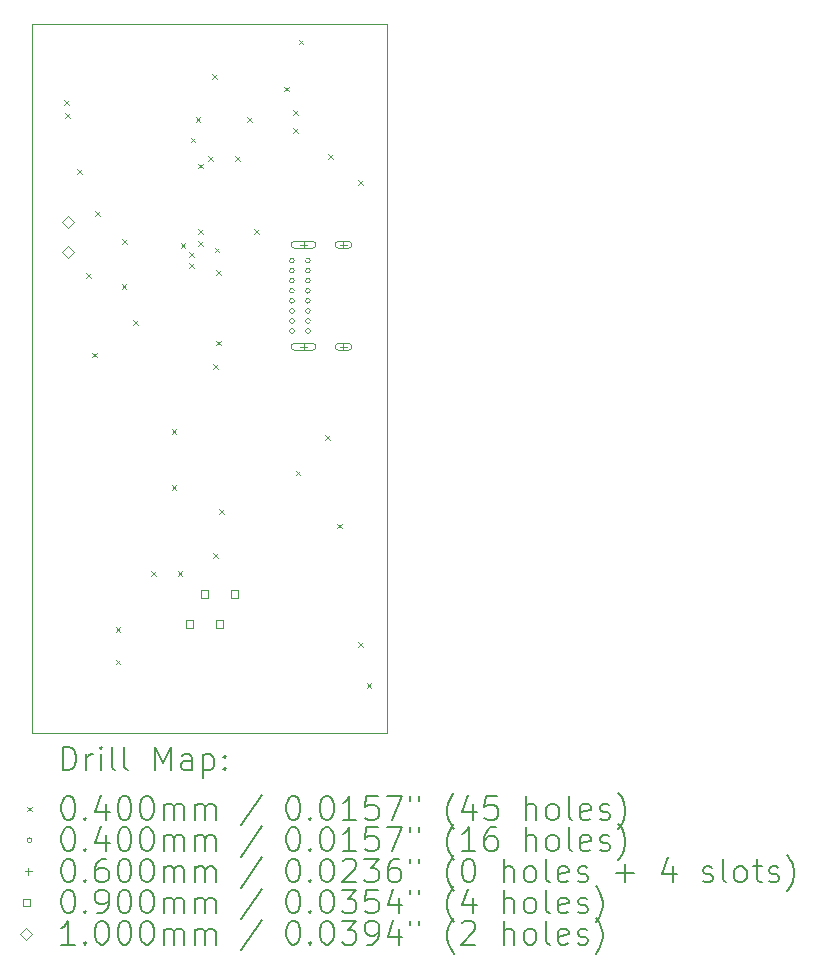
<source format=gbr>
%TF.GenerationSoftware,KiCad,Pcbnew,7.0.9*%
%TF.CreationDate,2024-01-01T22:27:52-05:00*%
%TF.ProjectId,Vex_Debug,5665785f-4465-4627-9567-2e6b69636164,rev?*%
%TF.SameCoordinates,Original*%
%TF.FileFunction,Drillmap*%
%TF.FilePolarity,Positive*%
%FSLAX45Y45*%
G04 Gerber Fmt 4.5, Leading zero omitted, Abs format (unit mm)*
G04 Created by KiCad (PCBNEW 7.0.9) date 2024-01-01 22:27:52*
%MOMM*%
%LPD*%
G01*
G04 APERTURE LIST*
%ADD10C,0.100000*%
%ADD11C,0.200000*%
G04 APERTURE END LIST*
D10*
X10200000Y-5200000D02*
X13200000Y-5200000D01*
X13200000Y-11200000D01*
X10200000Y-11200000D01*
X10200000Y-5200000D01*
D11*
D10*
X10470228Y-5842297D02*
X10510228Y-5882297D01*
X10510228Y-5842297D02*
X10470228Y-5882297D01*
X10480000Y-5955000D02*
X10520000Y-5995000D01*
X10520000Y-5955000D02*
X10480000Y-5995000D01*
X10580000Y-6430000D02*
X10620000Y-6470000D01*
X10620000Y-6430000D02*
X10580000Y-6470000D01*
X10655000Y-7305000D02*
X10695000Y-7345000D01*
X10695000Y-7305000D02*
X10655000Y-7345000D01*
X10705000Y-7980000D02*
X10745000Y-8020000D01*
X10745000Y-7980000D02*
X10705000Y-8020000D01*
X10730000Y-6780000D02*
X10770000Y-6820000D01*
X10770000Y-6780000D02*
X10730000Y-6820000D01*
X10905000Y-10305000D02*
X10945000Y-10345000D01*
X10945000Y-10305000D02*
X10905000Y-10345000D01*
X10905000Y-10580000D02*
X10945000Y-10620000D01*
X10945000Y-10580000D02*
X10905000Y-10620000D01*
X10955979Y-7404021D02*
X10995979Y-7444021D01*
X10995979Y-7404021D02*
X10955979Y-7444021D01*
X10961537Y-7018800D02*
X11001537Y-7058800D01*
X11001537Y-7018800D02*
X10961537Y-7058800D01*
X11055000Y-7705000D02*
X11095000Y-7745000D01*
X11095000Y-7705000D02*
X11055000Y-7745000D01*
X11205000Y-9830000D02*
X11245000Y-9870000D01*
X11245000Y-9830000D02*
X11205000Y-9870000D01*
X11380000Y-8630000D02*
X11420000Y-8670000D01*
X11420000Y-8630000D02*
X11380000Y-8670000D01*
X11380000Y-9105000D02*
X11420000Y-9145000D01*
X11420000Y-9105000D02*
X11380000Y-9145000D01*
X11430000Y-9830000D02*
X11470000Y-9870000D01*
X11470000Y-9830000D02*
X11430000Y-9870000D01*
X11455000Y-7055000D02*
X11495000Y-7095000D01*
X11495000Y-7055000D02*
X11455000Y-7095000D01*
X11530000Y-7130000D02*
X11570000Y-7170000D01*
X11570000Y-7130000D02*
X11530000Y-7170000D01*
X11530000Y-7224950D02*
X11570000Y-7264950D01*
X11570000Y-7224950D02*
X11530000Y-7264950D01*
X11540000Y-6160000D02*
X11580000Y-6200000D01*
X11580000Y-6160000D02*
X11540000Y-6200000D01*
X11582958Y-5989998D02*
X11622958Y-6029998D01*
X11622958Y-5989998D02*
X11582958Y-6029998D01*
X11604781Y-7034830D02*
X11644781Y-7074830D01*
X11644781Y-7034830D02*
X11604781Y-7074830D01*
X11605000Y-6380000D02*
X11645000Y-6420000D01*
X11645000Y-6380000D02*
X11605000Y-6420000D01*
X11605000Y-6938290D02*
X11645000Y-6978290D01*
X11645000Y-6938290D02*
X11605000Y-6978290D01*
X11690601Y-6316305D02*
X11730601Y-6356305D01*
X11730601Y-6316305D02*
X11690601Y-6356305D01*
X11720150Y-5624372D02*
X11760150Y-5664372D01*
X11760150Y-5624372D02*
X11720150Y-5664372D01*
X11730000Y-8080000D02*
X11770000Y-8120000D01*
X11770000Y-8080000D02*
X11730000Y-8120000D01*
X11730000Y-9680000D02*
X11770000Y-9720000D01*
X11770000Y-9680000D02*
X11730000Y-9720000D01*
X11742608Y-7092392D02*
X11782608Y-7132392D01*
X11782608Y-7092392D02*
X11742608Y-7132392D01*
X11755000Y-7280000D02*
X11795000Y-7320000D01*
X11795000Y-7280000D02*
X11755000Y-7320000D01*
X11755000Y-7880000D02*
X11795000Y-7920000D01*
X11795000Y-7880000D02*
X11755000Y-7920000D01*
X11780000Y-9305000D02*
X11820000Y-9345000D01*
X11820000Y-9305000D02*
X11780000Y-9345000D01*
X11914330Y-6316305D02*
X11954330Y-6356305D01*
X11954330Y-6316305D02*
X11914330Y-6356305D01*
X12016344Y-5988338D02*
X12056344Y-6028338D01*
X12056344Y-5988338D02*
X12016344Y-6028338D01*
X12079952Y-6935858D02*
X12119952Y-6975858D01*
X12119952Y-6935858D02*
X12079952Y-6975858D01*
X12330000Y-5730000D02*
X12370000Y-5770000D01*
X12370000Y-5730000D02*
X12330000Y-5770000D01*
X12405000Y-5930000D02*
X12445000Y-5970000D01*
X12445000Y-5930000D02*
X12405000Y-5970000D01*
X12405000Y-6080000D02*
X12445000Y-6120000D01*
X12445000Y-6080000D02*
X12405000Y-6120000D01*
X12430000Y-8980000D02*
X12470000Y-9020000D01*
X12470000Y-8980000D02*
X12430000Y-9020000D01*
X12455000Y-5330000D02*
X12495000Y-5370000D01*
X12495000Y-5330000D02*
X12455000Y-5370000D01*
X12680000Y-8680000D02*
X12720000Y-8720000D01*
X12720000Y-8680000D02*
X12680000Y-8720000D01*
X12702733Y-6301549D02*
X12742733Y-6341549D01*
X12742733Y-6301549D02*
X12702733Y-6341549D01*
X12780000Y-9430000D02*
X12820000Y-9470000D01*
X12820000Y-9430000D02*
X12780000Y-9470000D01*
X12955000Y-10430000D02*
X12995000Y-10470000D01*
X12995000Y-10430000D02*
X12955000Y-10470000D01*
X12960000Y-6520000D02*
X13000000Y-6560000D01*
X13000000Y-6520000D02*
X12960000Y-6560000D01*
X13030000Y-10780000D02*
X13070000Y-10820000D01*
X13070000Y-10780000D02*
X13030000Y-10820000D01*
X12417500Y-7202500D02*
G75*
G03*
X12417500Y-7202500I-20000J0D01*
G01*
X12417500Y-7287500D02*
G75*
G03*
X12417500Y-7287500I-20000J0D01*
G01*
X12417500Y-7372500D02*
G75*
G03*
X12417500Y-7372500I-20000J0D01*
G01*
X12417500Y-7457500D02*
G75*
G03*
X12417500Y-7457500I-20000J0D01*
G01*
X12417500Y-7542500D02*
G75*
G03*
X12417500Y-7542500I-20000J0D01*
G01*
X12417500Y-7627500D02*
G75*
G03*
X12417500Y-7627500I-20000J0D01*
G01*
X12417500Y-7712500D02*
G75*
G03*
X12417500Y-7712500I-20000J0D01*
G01*
X12417500Y-7797500D02*
G75*
G03*
X12417500Y-7797500I-20000J0D01*
G01*
X12552500Y-7202500D02*
G75*
G03*
X12552500Y-7202500I-20000J0D01*
G01*
X12552500Y-7287500D02*
G75*
G03*
X12552500Y-7287500I-20000J0D01*
G01*
X12552500Y-7372500D02*
G75*
G03*
X12552500Y-7372500I-20000J0D01*
G01*
X12552500Y-7457500D02*
G75*
G03*
X12552500Y-7457500I-20000J0D01*
G01*
X12552500Y-7542500D02*
G75*
G03*
X12552500Y-7542500I-20000J0D01*
G01*
X12552500Y-7627500D02*
G75*
G03*
X12552500Y-7627500I-20000J0D01*
G01*
X12552500Y-7712500D02*
G75*
G03*
X12552500Y-7712500I-20000J0D01*
G01*
X12552500Y-7797500D02*
G75*
G03*
X12552500Y-7797500I-20000J0D01*
G01*
X12495500Y-7037500D02*
X12495500Y-7097500D01*
X12465500Y-7067500D02*
X12525500Y-7067500D01*
X12420500Y-7097500D02*
X12570500Y-7097500D01*
X12570500Y-7097500D02*
G75*
G03*
X12570500Y-7037500I0J30000D01*
G01*
X12570500Y-7037500D02*
X12420500Y-7037500D01*
X12420500Y-7037500D02*
G75*
G03*
X12420500Y-7097500I0J-30000D01*
G01*
X12495500Y-7902500D02*
X12495500Y-7962500D01*
X12465500Y-7932500D02*
X12525500Y-7932500D01*
X12420500Y-7962500D02*
X12570500Y-7962500D01*
X12570500Y-7962500D02*
G75*
G03*
X12570500Y-7902500I0J30000D01*
G01*
X12570500Y-7902500D02*
X12420500Y-7902500D01*
X12420500Y-7902500D02*
G75*
G03*
X12420500Y-7962500I0J-30000D01*
G01*
X12833500Y-7037500D02*
X12833500Y-7097500D01*
X12803500Y-7067500D02*
X12863500Y-7067500D01*
X12793500Y-7097500D02*
X12873500Y-7097500D01*
X12873500Y-7097500D02*
G75*
G03*
X12873500Y-7037500I0J30000D01*
G01*
X12873500Y-7037500D02*
X12793500Y-7037500D01*
X12793500Y-7037500D02*
G75*
G03*
X12793500Y-7097500I0J-30000D01*
G01*
X12833500Y-7902500D02*
X12833500Y-7962500D01*
X12803500Y-7932500D02*
X12863500Y-7932500D01*
X12793500Y-7962500D02*
X12873500Y-7962500D01*
X12873500Y-7962500D02*
G75*
G03*
X12873500Y-7902500I0J30000D01*
G01*
X12873500Y-7902500D02*
X12793500Y-7902500D01*
X12793500Y-7902500D02*
G75*
G03*
X12793500Y-7962500I0J-30000D01*
G01*
X11560320Y-10311820D02*
X11560320Y-10248180D01*
X11496680Y-10248180D01*
X11496680Y-10311820D01*
X11560320Y-10311820D01*
X11687320Y-10057820D02*
X11687320Y-9994180D01*
X11623680Y-9994180D01*
X11623680Y-10057820D01*
X11687320Y-10057820D01*
X11814320Y-10311820D02*
X11814320Y-10248180D01*
X11750680Y-10248180D01*
X11750680Y-10311820D01*
X11814320Y-10311820D01*
X11941320Y-10057820D02*
X11941320Y-9994180D01*
X11877680Y-9994180D01*
X11877680Y-10057820D01*
X11941320Y-10057820D01*
X10500000Y-6923500D02*
X10550000Y-6873500D01*
X10500000Y-6823500D01*
X10450000Y-6873500D01*
X10500000Y-6923500D01*
X10500000Y-7177500D02*
X10550000Y-7127500D01*
X10500000Y-7077500D01*
X10450000Y-7127500D01*
X10500000Y-7177500D01*
D11*
X10455777Y-11516484D02*
X10455777Y-11316484D01*
X10455777Y-11316484D02*
X10503396Y-11316484D01*
X10503396Y-11316484D02*
X10531967Y-11326008D01*
X10531967Y-11326008D02*
X10551015Y-11345055D01*
X10551015Y-11345055D02*
X10560539Y-11364103D01*
X10560539Y-11364103D02*
X10570063Y-11402198D01*
X10570063Y-11402198D02*
X10570063Y-11430769D01*
X10570063Y-11430769D02*
X10560539Y-11468865D01*
X10560539Y-11468865D02*
X10551015Y-11487912D01*
X10551015Y-11487912D02*
X10531967Y-11506960D01*
X10531967Y-11506960D02*
X10503396Y-11516484D01*
X10503396Y-11516484D02*
X10455777Y-11516484D01*
X10655777Y-11516484D02*
X10655777Y-11383150D01*
X10655777Y-11421246D02*
X10665301Y-11402198D01*
X10665301Y-11402198D02*
X10674824Y-11392674D01*
X10674824Y-11392674D02*
X10693872Y-11383150D01*
X10693872Y-11383150D02*
X10712920Y-11383150D01*
X10779586Y-11516484D02*
X10779586Y-11383150D01*
X10779586Y-11316484D02*
X10770063Y-11326008D01*
X10770063Y-11326008D02*
X10779586Y-11335531D01*
X10779586Y-11335531D02*
X10789110Y-11326008D01*
X10789110Y-11326008D02*
X10779586Y-11316484D01*
X10779586Y-11316484D02*
X10779586Y-11335531D01*
X10903396Y-11516484D02*
X10884348Y-11506960D01*
X10884348Y-11506960D02*
X10874824Y-11487912D01*
X10874824Y-11487912D02*
X10874824Y-11316484D01*
X11008158Y-11516484D02*
X10989110Y-11506960D01*
X10989110Y-11506960D02*
X10979586Y-11487912D01*
X10979586Y-11487912D02*
X10979586Y-11316484D01*
X11236729Y-11516484D02*
X11236729Y-11316484D01*
X11236729Y-11316484D02*
X11303396Y-11459341D01*
X11303396Y-11459341D02*
X11370062Y-11316484D01*
X11370062Y-11316484D02*
X11370062Y-11516484D01*
X11551015Y-11516484D02*
X11551015Y-11411722D01*
X11551015Y-11411722D02*
X11541491Y-11392674D01*
X11541491Y-11392674D02*
X11522443Y-11383150D01*
X11522443Y-11383150D02*
X11484348Y-11383150D01*
X11484348Y-11383150D02*
X11465301Y-11392674D01*
X11551015Y-11506960D02*
X11531967Y-11516484D01*
X11531967Y-11516484D02*
X11484348Y-11516484D01*
X11484348Y-11516484D02*
X11465301Y-11506960D01*
X11465301Y-11506960D02*
X11455777Y-11487912D01*
X11455777Y-11487912D02*
X11455777Y-11468865D01*
X11455777Y-11468865D02*
X11465301Y-11449817D01*
X11465301Y-11449817D02*
X11484348Y-11440293D01*
X11484348Y-11440293D02*
X11531967Y-11440293D01*
X11531967Y-11440293D02*
X11551015Y-11430769D01*
X11646253Y-11383150D02*
X11646253Y-11583150D01*
X11646253Y-11392674D02*
X11665301Y-11383150D01*
X11665301Y-11383150D02*
X11703396Y-11383150D01*
X11703396Y-11383150D02*
X11722443Y-11392674D01*
X11722443Y-11392674D02*
X11731967Y-11402198D01*
X11731967Y-11402198D02*
X11741491Y-11421246D01*
X11741491Y-11421246D02*
X11741491Y-11478388D01*
X11741491Y-11478388D02*
X11731967Y-11497436D01*
X11731967Y-11497436D02*
X11722443Y-11506960D01*
X11722443Y-11506960D02*
X11703396Y-11516484D01*
X11703396Y-11516484D02*
X11665301Y-11516484D01*
X11665301Y-11516484D02*
X11646253Y-11506960D01*
X11827205Y-11497436D02*
X11836729Y-11506960D01*
X11836729Y-11506960D02*
X11827205Y-11516484D01*
X11827205Y-11516484D02*
X11817682Y-11506960D01*
X11817682Y-11506960D02*
X11827205Y-11497436D01*
X11827205Y-11497436D02*
X11827205Y-11516484D01*
X11827205Y-11392674D02*
X11836729Y-11402198D01*
X11836729Y-11402198D02*
X11827205Y-11411722D01*
X11827205Y-11411722D02*
X11817682Y-11402198D01*
X11817682Y-11402198D02*
X11827205Y-11392674D01*
X11827205Y-11392674D02*
X11827205Y-11411722D01*
D10*
X10155000Y-11825000D02*
X10195000Y-11865000D01*
X10195000Y-11825000D02*
X10155000Y-11865000D01*
D11*
X10493872Y-11736484D02*
X10512920Y-11736484D01*
X10512920Y-11736484D02*
X10531967Y-11746008D01*
X10531967Y-11746008D02*
X10541491Y-11755531D01*
X10541491Y-11755531D02*
X10551015Y-11774579D01*
X10551015Y-11774579D02*
X10560539Y-11812674D01*
X10560539Y-11812674D02*
X10560539Y-11860293D01*
X10560539Y-11860293D02*
X10551015Y-11898388D01*
X10551015Y-11898388D02*
X10541491Y-11917436D01*
X10541491Y-11917436D02*
X10531967Y-11926960D01*
X10531967Y-11926960D02*
X10512920Y-11936484D01*
X10512920Y-11936484D02*
X10493872Y-11936484D01*
X10493872Y-11936484D02*
X10474824Y-11926960D01*
X10474824Y-11926960D02*
X10465301Y-11917436D01*
X10465301Y-11917436D02*
X10455777Y-11898388D01*
X10455777Y-11898388D02*
X10446253Y-11860293D01*
X10446253Y-11860293D02*
X10446253Y-11812674D01*
X10446253Y-11812674D02*
X10455777Y-11774579D01*
X10455777Y-11774579D02*
X10465301Y-11755531D01*
X10465301Y-11755531D02*
X10474824Y-11746008D01*
X10474824Y-11746008D02*
X10493872Y-11736484D01*
X10646253Y-11917436D02*
X10655777Y-11926960D01*
X10655777Y-11926960D02*
X10646253Y-11936484D01*
X10646253Y-11936484D02*
X10636729Y-11926960D01*
X10636729Y-11926960D02*
X10646253Y-11917436D01*
X10646253Y-11917436D02*
X10646253Y-11936484D01*
X10827205Y-11803150D02*
X10827205Y-11936484D01*
X10779586Y-11726960D02*
X10731967Y-11869817D01*
X10731967Y-11869817D02*
X10855777Y-11869817D01*
X10970063Y-11736484D02*
X10989110Y-11736484D01*
X10989110Y-11736484D02*
X11008158Y-11746008D01*
X11008158Y-11746008D02*
X11017682Y-11755531D01*
X11017682Y-11755531D02*
X11027205Y-11774579D01*
X11027205Y-11774579D02*
X11036729Y-11812674D01*
X11036729Y-11812674D02*
X11036729Y-11860293D01*
X11036729Y-11860293D02*
X11027205Y-11898388D01*
X11027205Y-11898388D02*
X11017682Y-11917436D01*
X11017682Y-11917436D02*
X11008158Y-11926960D01*
X11008158Y-11926960D02*
X10989110Y-11936484D01*
X10989110Y-11936484D02*
X10970063Y-11936484D01*
X10970063Y-11936484D02*
X10951015Y-11926960D01*
X10951015Y-11926960D02*
X10941491Y-11917436D01*
X10941491Y-11917436D02*
X10931967Y-11898388D01*
X10931967Y-11898388D02*
X10922444Y-11860293D01*
X10922444Y-11860293D02*
X10922444Y-11812674D01*
X10922444Y-11812674D02*
X10931967Y-11774579D01*
X10931967Y-11774579D02*
X10941491Y-11755531D01*
X10941491Y-11755531D02*
X10951015Y-11746008D01*
X10951015Y-11746008D02*
X10970063Y-11736484D01*
X11160539Y-11736484D02*
X11179586Y-11736484D01*
X11179586Y-11736484D02*
X11198634Y-11746008D01*
X11198634Y-11746008D02*
X11208158Y-11755531D01*
X11208158Y-11755531D02*
X11217682Y-11774579D01*
X11217682Y-11774579D02*
X11227205Y-11812674D01*
X11227205Y-11812674D02*
X11227205Y-11860293D01*
X11227205Y-11860293D02*
X11217682Y-11898388D01*
X11217682Y-11898388D02*
X11208158Y-11917436D01*
X11208158Y-11917436D02*
X11198634Y-11926960D01*
X11198634Y-11926960D02*
X11179586Y-11936484D01*
X11179586Y-11936484D02*
X11160539Y-11936484D01*
X11160539Y-11936484D02*
X11141491Y-11926960D01*
X11141491Y-11926960D02*
X11131967Y-11917436D01*
X11131967Y-11917436D02*
X11122444Y-11898388D01*
X11122444Y-11898388D02*
X11112920Y-11860293D01*
X11112920Y-11860293D02*
X11112920Y-11812674D01*
X11112920Y-11812674D02*
X11122444Y-11774579D01*
X11122444Y-11774579D02*
X11131967Y-11755531D01*
X11131967Y-11755531D02*
X11141491Y-11746008D01*
X11141491Y-11746008D02*
X11160539Y-11736484D01*
X11312920Y-11936484D02*
X11312920Y-11803150D01*
X11312920Y-11822198D02*
X11322443Y-11812674D01*
X11322443Y-11812674D02*
X11341491Y-11803150D01*
X11341491Y-11803150D02*
X11370063Y-11803150D01*
X11370063Y-11803150D02*
X11389110Y-11812674D01*
X11389110Y-11812674D02*
X11398634Y-11831722D01*
X11398634Y-11831722D02*
X11398634Y-11936484D01*
X11398634Y-11831722D02*
X11408158Y-11812674D01*
X11408158Y-11812674D02*
X11427205Y-11803150D01*
X11427205Y-11803150D02*
X11455777Y-11803150D01*
X11455777Y-11803150D02*
X11474824Y-11812674D01*
X11474824Y-11812674D02*
X11484348Y-11831722D01*
X11484348Y-11831722D02*
X11484348Y-11936484D01*
X11579586Y-11936484D02*
X11579586Y-11803150D01*
X11579586Y-11822198D02*
X11589110Y-11812674D01*
X11589110Y-11812674D02*
X11608158Y-11803150D01*
X11608158Y-11803150D02*
X11636729Y-11803150D01*
X11636729Y-11803150D02*
X11655777Y-11812674D01*
X11655777Y-11812674D02*
X11665301Y-11831722D01*
X11665301Y-11831722D02*
X11665301Y-11936484D01*
X11665301Y-11831722D02*
X11674824Y-11812674D01*
X11674824Y-11812674D02*
X11693872Y-11803150D01*
X11693872Y-11803150D02*
X11722443Y-11803150D01*
X11722443Y-11803150D02*
X11741491Y-11812674D01*
X11741491Y-11812674D02*
X11751015Y-11831722D01*
X11751015Y-11831722D02*
X11751015Y-11936484D01*
X12141491Y-11726960D02*
X11970063Y-11984103D01*
X12398634Y-11736484D02*
X12417682Y-11736484D01*
X12417682Y-11736484D02*
X12436729Y-11746008D01*
X12436729Y-11746008D02*
X12446253Y-11755531D01*
X12446253Y-11755531D02*
X12455777Y-11774579D01*
X12455777Y-11774579D02*
X12465301Y-11812674D01*
X12465301Y-11812674D02*
X12465301Y-11860293D01*
X12465301Y-11860293D02*
X12455777Y-11898388D01*
X12455777Y-11898388D02*
X12446253Y-11917436D01*
X12446253Y-11917436D02*
X12436729Y-11926960D01*
X12436729Y-11926960D02*
X12417682Y-11936484D01*
X12417682Y-11936484D02*
X12398634Y-11936484D01*
X12398634Y-11936484D02*
X12379586Y-11926960D01*
X12379586Y-11926960D02*
X12370063Y-11917436D01*
X12370063Y-11917436D02*
X12360539Y-11898388D01*
X12360539Y-11898388D02*
X12351015Y-11860293D01*
X12351015Y-11860293D02*
X12351015Y-11812674D01*
X12351015Y-11812674D02*
X12360539Y-11774579D01*
X12360539Y-11774579D02*
X12370063Y-11755531D01*
X12370063Y-11755531D02*
X12379586Y-11746008D01*
X12379586Y-11746008D02*
X12398634Y-11736484D01*
X12551015Y-11917436D02*
X12560539Y-11926960D01*
X12560539Y-11926960D02*
X12551015Y-11936484D01*
X12551015Y-11936484D02*
X12541491Y-11926960D01*
X12541491Y-11926960D02*
X12551015Y-11917436D01*
X12551015Y-11917436D02*
X12551015Y-11936484D01*
X12684348Y-11736484D02*
X12703396Y-11736484D01*
X12703396Y-11736484D02*
X12722444Y-11746008D01*
X12722444Y-11746008D02*
X12731967Y-11755531D01*
X12731967Y-11755531D02*
X12741491Y-11774579D01*
X12741491Y-11774579D02*
X12751015Y-11812674D01*
X12751015Y-11812674D02*
X12751015Y-11860293D01*
X12751015Y-11860293D02*
X12741491Y-11898388D01*
X12741491Y-11898388D02*
X12731967Y-11917436D01*
X12731967Y-11917436D02*
X12722444Y-11926960D01*
X12722444Y-11926960D02*
X12703396Y-11936484D01*
X12703396Y-11936484D02*
X12684348Y-11936484D01*
X12684348Y-11936484D02*
X12665301Y-11926960D01*
X12665301Y-11926960D02*
X12655777Y-11917436D01*
X12655777Y-11917436D02*
X12646253Y-11898388D01*
X12646253Y-11898388D02*
X12636729Y-11860293D01*
X12636729Y-11860293D02*
X12636729Y-11812674D01*
X12636729Y-11812674D02*
X12646253Y-11774579D01*
X12646253Y-11774579D02*
X12655777Y-11755531D01*
X12655777Y-11755531D02*
X12665301Y-11746008D01*
X12665301Y-11746008D02*
X12684348Y-11736484D01*
X12941491Y-11936484D02*
X12827206Y-11936484D01*
X12884348Y-11936484D02*
X12884348Y-11736484D01*
X12884348Y-11736484D02*
X12865301Y-11765055D01*
X12865301Y-11765055D02*
X12846253Y-11784103D01*
X12846253Y-11784103D02*
X12827206Y-11793627D01*
X13122444Y-11736484D02*
X13027206Y-11736484D01*
X13027206Y-11736484D02*
X13017682Y-11831722D01*
X13017682Y-11831722D02*
X13027206Y-11822198D01*
X13027206Y-11822198D02*
X13046253Y-11812674D01*
X13046253Y-11812674D02*
X13093872Y-11812674D01*
X13093872Y-11812674D02*
X13112920Y-11822198D01*
X13112920Y-11822198D02*
X13122444Y-11831722D01*
X13122444Y-11831722D02*
X13131967Y-11850769D01*
X13131967Y-11850769D02*
X13131967Y-11898388D01*
X13131967Y-11898388D02*
X13122444Y-11917436D01*
X13122444Y-11917436D02*
X13112920Y-11926960D01*
X13112920Y-11926960D02*
X13093872Y-11936484D01*
X13093872Y-11936484D02*
X13046253Y-11936484D01*
X13046253Y-11936484D02*
X13027206Y-11926960D01*
X13027206Y-11926960D02*
X13017682Y-11917436D01*
X13198634Y-11736484D02*
X13331967Y-11736484D01*
X13331967Y-11736484D02*
X13246253Y-11936484D01*
X13398634Y-11736484D02*
X13398634Y-11774579D01*
X13474825Y-11736484D02*
X13474825Y-11774579D01*
X13770063Y-12012674D02*
X13760539Y-12003150D01*
X13760539Y-12003150D02*
X13741491Y-11974579D01*
X13741491Y-11974579D02*
X13731968Y-11955531D01*
X13731968Y-11955531D02*
X13722444Y-11926960D01*
X13722444Y-11926960D02*
X13712920Y-11879341D01*
X13712920Y-11879341D02*
X13712920Y-11841246D01*
X13712920Y-11841246D02*
X13722444Y-11793627D01*
X13722444Y-11793627D02*
X13731968Y-11765055D01*
X13731968Y-11765055D02*
X13741491Y-11746008D01*
X13741491Y-11746008D02*
X13760539Y-11717436D01*
X13760539Y-11717436D02*
X13770063Y-11707912D01*
X13931968Y-11803150D02*
X13931968Y-11936484D01*
X13884348Y-11726960D02*
X13836729Y-11869817D01*
X13836729Y-11869817D02*
X13960539Y-11869817D01*
X14131968Y-11736484D02*
X14036729Y-11736484D01*
X14036729Y-11736484D02*
X14027206Y-11831722D01*
X14027206Y-11831722D02*
X14036729Y-11822198D01*
X14036729Y-11822198D02*
X14055777Y-11812674D01*
X14055777Y-11812674D02*
X14103396Y-11812674D01*
X14103396Y-11812674D02*
X14122444Y-11822198D01*
X14122444Y-11822198D02*
X14131968Y-11831722D01*
X14131968Y-11831722D02*
X14141491Y-11850769D01*
X14141491Y-11850769D02*
X14141491Y-11898388D01*
X14141491Y-11898388D02*
X14131968Y-11917436D01*
X14131968Y-11917436D02*
X14122444Y-11926960D01*
X14122444Y-11926960D02*
X14103396Y-11936484D01*
X14103396Y-11936484D02*
X14055777Y-11936484D01*
X14055777Y-11936484D02*
X14036729Y-11926960D01*
X14036729Y-11926960D02*
X14027206Y-11917436D01*
X14379587Y-11936484D02*
X14379587Y-11736484D01*
X14465301Y-11936484D02*
X14465301Y-11831722D01*
X14465301Y-11831722D02*
X14455777Y-11812674D01*
X14455777Y-11812674D02*
X14436730Y-11803150D01*
X14436730Y-11803150D02*
X14408158Y-11803150D01*
X14408158Y-11803150D02*
X14389110Y-11812674D01*
X14389110Y-11812674D02*
X14379587Y-11822198D01*
X14589110Y-11936484D02*
X14570063Y-11926960D01*
X14570063Y-11926960D02*
X14560539Y-11917436D01*
X14560539Y-11917436D02*
X14551015Y-11898388D01*
X14551015Y-11898388D02*
X14551015Y-11841246D01*
X14551015Y-11841246D02*
X14560539Y-11822198D01*
X14560539Y-11822198D02*
X14570063Y-11812674D01*
X14570063Y-11812674D02*
X14589110Y-11803150D01*
X14589110Y-11803150D02*
X14617682Y-11803150D01*
X14617682Y-11803150D02*
X14636730Y-11812674D01*
X14636730Y-11812674D02*
X14646253Y-11822198D01*
X14646253Y-11822198D02*
X14655777Y-11841246D01*
X14655777Y-11841246D02*
X14655777Y-11898388D01*
X14655777Y-11898388D02*
X14646253Y-11917436D01*
X14646253Y-11917436D02*
X14636730Y-11926960D01*
X14636730Y-11926960D02*
X14617682Y-11936484D01*
X14617682Y-11936484D02*
X14589110Y-11936484D01*
X14770063Y-11936484D02*
X14751015Y-11926960D01*
X14751015Y-11926960D02*
X14741491Y-11907912D01*
X14741491Y-11907912D02*
X14741491Y-11736484D01*
X14922444Y-11926960D02*
X14903396Y-11936484D01*
X14903396Y-11936484D02*
X14865301Y-11936484D01*
X14865301Y-11936484D02*
X14846253Y-11926960D01*
X14846253Y-11926960D02*
X14836730Y-11907912D01*
X14836730Y-11907912D02*
X14836730Y-11831722D01*
X14836730Y-11831722D02*
X14846253Y-11812674D01*
X14846253Y-11812674D02*
X14865301Y-11803150D01*
X14865301Y-11803150D02*
X14903396Y-11803150D01*
X14903396Y-11803150D02*
X14922444Y-11812674D01*
X14922444Y-11812674D02*
X14931968Y-11831722D01*
X14931968Y-11831722D02*
X14931968Y-11850769D01*
X14931968Y-11850769D02*
X14836730Y-11869817D01*
X15008158Y-11926960D02*
X15027206Y-11936484D01*
X15027206Y-11936484D02*
X15065301Y-11936484D01*
X15065301Y-11936484D02*
X15084349Y-11926960D01*
X15084349Y-11926960D02*
X15093872Y-11907912D01*
X15093872Y-11907912D02*
X15093872Y-11898388D01*
X15093872Y-11898388D02*
X15084349Y-11879341D01*
X15084349Y-11879341D02*
X15065301Y-11869817D01*
X15065301Y-11869817D02*
X15036730Y-11869817D01*
X15036730Y-11869817D02*
X15017682Y-11860293D01*
X15017682Y-11860293D02*
X15008158Y-11841246D01*
X15008158Y-11841246D02*
X15008158Y-11831722D01*
X15008158Y-11831722D02*
X15017682Y-11812674D01*
X15017682Y-11812674D02*
X15036730Y-11803150D01*
X15036730Y-11803150D02*
X15065301Y-11803150D01*
X15065301Y-11803150D02*
X15084349Y-11812674D01*
X15160539Y-12012674D02*
X15170063Y-12003150D01*
X15170063Y-12003150D02*
X15189111Y-11974579D01*
X15189111Y-11974579D02*
X15198634Y-11955531D01*
X15198634Y-11955531D02*
X15208158Y-11926960D01*
X15208158Y-11926960D02*
X15217682Y-11879341D01*
X15217682Y-11879341D02*
X15217682Y-11841246D01*
X15217682Y-11841246D02*
X15208158Y-11793627D01*
X15208158Y-11793627D02*
X15198634Y-11765055D01*
X15198634Y-11765055D02*
X15189111Y-11746008D01*
X15189111Y-11746008D02*
X15170063Y-11717436D01*
X15170063Y-11717436D02*
X15160539Y-11707912D01*
D10*
X10195000Y-12109000D02*
G75*
G03*
X10195000Y-12109000I-20000J0D01*
G01*
D11*
X10493872Y-12000484D02*
X10512920Y-12000484D01*
X10512920Y-12000484D02*
X10531967Y-12010008D01*
X10531967Y-12010008D02*
X10541491Y-12019531D01*
X10541491Y-12019531D02*
X10551015Y-12038579D01*
X10551015Y-12038579D02*
X10560539Y-12076674D01*
X10560539Y-12076674D02*
X10560539Y-12124293D01*
X10560539Y-12124293D02*
X10551015Y-12162388D01*
X10551015Y-12162388D02*
X10541491Y-12181436D01*
X10541491Y-12181436D02*
X10531967Y-12190960D01*
X10531967Y-12190960D02*
X10512920Y-12200484D01*
X10512920Y-12200484D02*
X10493872Y-12200484D01*
X10493872Y-12200484D02*
X10474824Y-12190960D01*
X10474824Y-12190960D02*
X10465301Y-12181436D01*
X10465301Y-12181436D02*
X10455777Y-12162388D01*
X10455777Y-12162388D02*
X10446253Y-12124293D01*
X10446253Y-12124293D02*
X10446253Y-12076674D01*
X10446253Y-12076674D02*
X10455777Y-12038579D01*
X10455777Y-12038579D02*
X10465301Y-12019531D01*
X10465301Y-12019531D02*
X10474824Y-12010008D01*
X10474824Y-12010008D02*
X10493872Y-12000484D01*
X10646253Y-12181436D02*
X10655777Y-12190960D01*
X10655777Y-12190960D02*
X10646253Y-12200484D01*
X10646253Y-12200484D02*
X10636729Y-12190960D01*
X10636729Y-12190960D02*
X10646253Y-12181436D01*
X10646253Y-12181436D02*
X10646253Y-12200484D01*
X10827205Y-12067150D02*
X10827205Y-12200484D01*
X10779586Y-11990960D02*
X10731967Y-12133817D01*
X10731967Y-12133817D02*
X10855777Y-12133817D01*
X10970063Y-12000484D02*
X10989110Y-12000484D01*
X10989110Y-12000484D02*
X11008158Y-12010008D01*
X11008158Y-12010008D02*
X11017682Y-12019531D01*
X11017682Y-12019531D02*
X11027205Y-12038579D01*
X11027205Y-12038579D02*
X11036729Y-12076674D01*
X11036729Y-12076674D02*
X11036729Y-12124293D01*
X11036729Y-12124293D02*
X11027205Y-12162388D01*
X11027205Y-12162388D02*
X11017682Y-12181436D01*
X11017682Y-12181436D02*
X11008158Y-12190960D01*
X11008158Y-12190960D02*
X10989110Y-12200484D01*
X10989110Y-12200484D02*
X10970063Y-12200484D01*
X10970063Y-12200484D02*
X10951015Y-12190960D01*
X10951015Y-12190960D02*
X10941491Y-12181436D01*
X10941491Y-12181436D02*
X10931967Y-12162388D01*
X10931967Y-12162388D02*
X10922444Y-12124293D01*
X10922444Y-12124293D02*
X10922444Y-12076674D01*
X10922444Y-12076674D02*
X10931967Y-12038579D01*
X10931967Y-12038579D02*
X10941491Y-12019531D01*
X10941491Y-12019531D02*
X10951015Y-12010008D01*
X10951015Y-12010008D02*
X10970063Y-12000484D01*
X11160539Y-12000484D02*
X11179586Y-12000484D01*
X11179586Y-12000484D02*
X11198634Y-12010008D01*
X11198634Y-12010008D02*
X11208158Y-12019531D01*
X11208158Y-12019531D02*
X11217682Y-12038579D01*
X11217682Y-12038579D02*
X11227205Y-12076674D01*
X11227205Y-12076674D02*
X11227205Y-12124293D01*
X11227205Y-12124293D02*
X11217682Y-12162388D01*
X11217682Y-12162388D02*
X11208158Y-12181436D01*
X11208158Y-12181436D02*
X11198634Y-12190960D01*
X11198634Y-12190960D02*
X11179586Y-12200484D01*
X11179586Y-12200484D02*
X11160539Y-12200484D01*
X11160539Y-12200484D02*
X11141491Y-12190960D01*
X11141491Y-12190960D02*
X11131967Y-12181436D01*
X11131967Y-12181436D02*
X11122444Y-12162388D01*
X11122444Y-12162388D02*
X11112920Y-12124293D01*
X11112920Y-12124293D02*
X11112920Y-12076674D01*
X11112920Y-12076674D02*
X11122444Y-12038579D01*
X11122444Y-12038579D02*
X11131967Y-12019531D01*
X11131967Y-12019531D02*
X11141491Y-12010008D01*
X11141491Y-12010008D02*
X11160539Y-12000484D01*
X11312920Y-12200484D02*
X11312920Y-12067150D01*
X11312920Y-12086198D02*
X11322443Y-12076674D01*
X11322443Y-12076674D02*
X11341491Y-12067150D01*
X11341491Y-12067150D02*
X11370063Y-12067150D01*
X11370063Y-12067150D02*
X11389110Y-12076674D01*
X11389110Y-12076674D02*
X11398634Y-12095722D01*
X11398634Y-12095722D02*
X11398634Y-12200484D01*
X11398634Y-12095722D02*
X11408158Y-12076674D01*
X11408158Y-12076674D02*
X11427205Y-12067150D01*
X11427205Y-12067150D02*
X11455777Y-12067150D01*
X11455777Y-12067150D02*
X11474824Y-12076674D01*
X11474824Y-12076674D02*
X11484348Y-12095722D01*
X11484348Y-12095722D02*
X11484348Y-12200484D01*
X11579586Y-12200484D02*
X11579586Y-12067150D01*
X11579586Y-12086198D02*
X11589110Y-12076674D01*
X11589110Y-12076674D02*
X11608158Y-12067150D01*
X11608158Y-12067150D02*
X11636729Y-12067150D01*
X11636729Y-12067150D02*
X11655777Y-12076674D01*
X11655777Y-12076674D02*
X11665301Y-12095722D01*
X11665301Y-12095722D02*
X11665301Y-12200484D01*
X11665301Y-12095722D02*
X11674824Y-12076674D01*
X11674824Y-12076674D02*
X11693872Y-12067150D01*
X11693872Y-12067150D02*
X11722443Y-12067150D01*
X11722443Y-12067150D02*
X11741491Y-12076674D01*
X11741491Y-12076674D02*
X11751015Y-12095722D01*
X11751015Y-12095722D02*
X11751015Y-12200484D01*
X12141491Y-11990960D02*
X11970063Y-12248103D01*
X12398634Y-12000484D02*
X12417682Y-12000484D01*
X12417682Y-12000484D02*
X12436729Y-12010008D01*
X12436729Y-12010008D02*
X12446253Y-12019531D01*
X12446253Y-12019531D02*
X12455777Y-12038579D01*
X12455777Y-12038579D02*
X12465301Y-12076674D01*
X12465301Y-12076674D02*
X12465301Y-12124293D01*
X12465301Y-12124293D02*
X12455777Y-12162388D01*
X12455777Y-12162388D02*
X12446253Y-12181436D01*
X12446253Y-12181436D02*
X12436729Y-12190960D01*
X12436729Y-12190960D02*
X12417682Y-12200484D01*
X12417682Y-12200484D02*
X12398634Y-12200484D01*
X12398634Y-12200484D02*
X12379586Y-12190960D01*
X12379586Y-12190960D02*
X12370063Y-12181436D01*
X12370063Y-12181436D02*
X12360539Y-12162388D01*
X12360539Y-12162388D02*
X12351015Y-12124293D01*
X12351015Y-12124293D02*
X12351015Y-12076674D01*
X12351015Y-12076674D02*
X12360539Y-12038579D01*
X12360539Y-12038579D02*
X12370063Y-12019531D01*
X12370063Y-12019531D02*
X12379586Y-12010008D01*
X12379586Y-12010008D02*
X12398634Y-12000484D01*
X12551015Y-12181436D02*
X12560539Y-12190960D01*
X12560539Y-12190960D02*
X12551015Y-12200484D01*
X12551015Y-12200484D02*
X12541491Y-12190960D01*
X12541491Y-12190960D02*
X12551015Y-12181436D01*
X12551015Y-12181436D02*
X12551015Y-12200484D01*
X12684348Y-12000484D02*
X12703396Y-12000484D01*
X12703396Y-12000484D02*
X12722444Y-12010008D01*
X12722444Y-12010008D02*
X12731967Y-12019531D01*
X12731967Y-12019531D02*
X12741491Y-12038579D01*
X12741491Y-12038579D02*
X12751015Y-12076674D01*
X12751015Y-12076674D02*
X12751015Y-12124293D01*
X12751015Y-12124293D02*
X12741491Y-12162388D01*
X12741491Y-12162388D02*
X12731967Y-12181436D01*
X12731967Y-12181436D02*
X12722444Y-12190960D01*
X12722444Y-12190960D02*
X12703396Y-12200484D01*
X12703396Y-12200484D02*
X12684348Y-12200484D01*
X12684348Y-12200484D02*
X12665301Y-12190960D01*
X12665301Y-12190960D02*
X12655777Y-12181436D01*
X12655777Y-12181436D02*
X12646253Y-12162388D01*
X12646253Y-12162388D02*
X12636729Y-12124293D01*
X12636729Y-12124293D02*
X12636729Y-12076674D01*
X12636729Y-12076674D02*
X12646253Y-12038579D01*
X12646253Y-12038579D02*
X12655777Y-12019531D01*
X12655777Y-12019531D02*
X12665301Y-12010008D01*
X12665301Y-12010008D02*
X12684348Y-12000484D01*
X12941491Y-12200484D02*
X12827206Y-12200484D01*
X12884348Y-12200484D02*
X12884348Y-12000484D01*
X12884348Y-12000484D02*
X12865301Y-12029055D01*
X12865301Y-12029055D02*
X12846253Y-12048103D01*
X12846253Y-12048103D02*
X12827206Y-12057627D01*
X13122444Y-12000484D02*
X13027206Y-12000484D01*
X13027206Y-12000484D02*
X13017682Y-12095722D01*
X13017682Y-12095722D02*
X13027206Y-12086198D01*
X13027206Y-12086198D02*
X13046253Y-12076674D01*
X13046253Y-12076674D02*
X13093872Y-12076674D01*
X13093872Y-12076674D02*
X13112920Y-12086198D01*
X13112920Y-12086198D02*
X13122444Y-12095722D01*
X13122444Y-12095722D02*
X13131967Y-12114769D01*
X13131967Y-12114769D02*
X13131967Y-12162388D01*
X13131967Y-12162388D02*
X13122444Y-12181436D01*
X13122444Y-12181436D02*
X13112920Y-12190960D01*
X13112920Y-12190960D02*
X13093872Y-12200484D01*
X13093872Y-12200484D02*
X13046253Y-12200484D01*
X13046253Y-12200484D02*
X13027206Y-12190960D01*
X13027206Y-12190960D02*
X13017682Y-12181436D01*
X13198634Y-12000484D02*
X13331967Y-12000484D01*
X13331967Y-12000484D02*
X13246253Y-12200484D01*
X13398634Y-12000484D02*
X13398634Y-12038579D01*
X13474825Y-12000484D02*
X13474825Y-12038579D01*
X13770063Y-12276674D02*
X13760539Y-12267150D01*
X13760539Y-12267150D02*
X13741491Y-12238579D01*
X13741491Y-12238579D02*
X13731968Y-12219531D01*
X13731968Y-12219531D02*
X13722444Y-12190960D01*
X13722444Y-12190960D02*
X13712920Y-12143341D01*
X13712920Y-12143341D02*
X13712920Y-12105246D01*
X13712920Y-12105246D02*
X13722444Y-12057627D01*
X13722444Y-12057627D02*
X13731968Y-12029055D01*
X13731968Y-12029055D02*
X13741491Y-12010008D01*
X13741491Y-12010008D02*
X13760539Y-11981436D01*
X13760539Y-11981436D02*
X13770063Y-11971912D01*
X13951015Y-12200484D02*
X13836729Y-12200484D01*
X13893872Y-12200484D02*
X13893872Y-12000484D01*
X13893872Y-12000484D02*
X13874825Y-12029055D01*
X13874825Y-12029055D02*
X13855777Y-12048103D01*
X13855777Y-12048103D02*
X13836729Y-12057627D01*
X14122444Y-12000484D02*
X14084348Y-12000484D01*
X14084348Y-12000484D02*
X14065301Y-12010008D01*
X14065301Y-12010008D02*
X14055777Y-12019531D01*
X14055777Y-12019531D02*
X14036729Y-12048103D01*
X14036729Y-12048103D02*
X14027206Y-12086198D01*
X14027206Y-12086198D02*
X14027206Y-12162388D01*
X14027206Y-12162388D02*
X14036729Y-12181436D01*
X14036729Y-12181436D02*
X14046253Y-12190960D01*
X14046253Y-12190960D02*
X14065301Y-12200484D01*
X14065301Y-12200484D02*
X14103396Y-12200484D01*
X14103396Y-12200484D02*
X14122444Y-12190960D01*
X14122444Y-12190960D02*
X14131968Y-12181436D01*
X14131968Y-12181436D02*
X14141491Y-12162388D01*
X14141491Y-12162388D02*
X14141491Y-12114769D01*
X14141491Y-12114769D02*
X14131968Y-12095722D01*
X14131968Y-12095722D02*
X14122444Y-12086198D01*
X14122444Y-12086198D02*
X14103396Y-12076674D01*
X14103396Y-12076674D02*
X14065301Y-12076674D01*
X14065301Y-12076674D02*
X14046253Y-12086198D01*
X14046253Y-12086198D02*
X14036729Y-12095722D01*
X14036729Y-12095722D02*
X14027206Y-12114769D01*
X14379587Y-12200484D02*
X14379587Y-12000484D01*
X14465301Y-12200484D02*
X14465301Y-12095722D01*
X14465301Y-12095722D02*
X14455777Y-12076674D01*
X14455777Y-12076674D02*
X14436730Y-12067150D01*
X14436730Y-12067150D02*
X14408158Y-12067150D01*
X14408158Y-12067150D02*
X14389110Y-12076674D01*
X14389110Y-12076674D02*
X14379587Y-12086198D01*
X14589110Y-12200484D02*
X14570063Y-12190960D01*
X14570063Y-12190960D02*
X14560539Y-12181436D01*
X14560539Y-12181436D02*
X14551015Y-12162388D01*
X14551015Y-12162388D02*
X14551015Y-12105246D01*
X14551015Y-12105246D02*
X14560539Y-12086198D01*
X14560539Y-12086198D02*
X14570063Y-12076674D01*
X14570063Y-12076674D02*
X14589110Y-12067150D01*
X14589110Y-12067150D02*
X14617682Y-12067150D01*
X14617682Y-12067150D02*
X14636730Y-12076674D01*
X14636730Y-12076674D02*
X14646253Y-12086198D01*
X14646253Y-12086198D02*
X14655777Y-12105246D01*
X14655777Y-12105246D02*
X14655777Y-12162388D01*
X14655777Y-12162388D02*
X14646253Y-12181436D01*
X14646253Y-12181436D02*
X14636730Y-12190960D01*
X14636730Y-12190960D02*
X14617682Y-12200484D01*
X14617682Y-12200484D02*
X14589110Y-12200484D01*
X14770063Y-12200484D02*
X14751015Y-12190960D01*
X14751015Y-12190960D02*
X14741491Y-12171912D01*
X14741491Y-12171912D02*
X14741491Y-12000484D01*
X14922444Y-12190960D02*
X14903396Y-12200484D01*
X14903396Y-12200484D02*
X14865301Y-12200484D01*
X14865301Y-12200484D02*
X14846253Y-12190960D01*
X14846253Y-12190960D02*
X14836730Y-12171912D01*
X14836730Y-12171912D02*
X14836730Y-12095722D01*
X14836730Y-12095722D02*
X14846253Y-12076674D01*
X14846253Y-12076674D02*
X14865301Y-12067150D01*
X14865301Y-12067150D02*
X14903396Y-12067150D01*
X14903396Y-12067150D02*
X14922444Y-12076674D01*
X14922444Y-12076674D02*
X14931968Y-12095722D01*
X14931968Y-12095722D02*
X14931968Y-12114769D01*
X14931968Y-12114769D02*
X14836730Y-12133817D01*
X15008158Y-12190960D02*
X15027206Y-12200484D01*
X15027206Y-12200484D02*
X15065301Y-12200484D01*
X15065301Y-12200484D02*
X15084349Y-12190960D01*
X15084349Y-12190960D02*
X15093872Y-12171912D01*
X15093872Y-12171912D02*
X15093872Y-12162388D01*
X15093872Y-12162388D02*
X15084349Y-12143341D01*
X15084349Y-12143341D02*
X15065301Y-12133817D01*
X15065301Y-12133817D02*
X15036730Y-12133817D01*
X15036730Y-12133817D02*
X15017682Y-12124293D01*
X15017682Y-12124293D02*
X15008158Y-12105246D01*
X15008158Y-12105246D02*
X15008158Y-12095722D01*
X15008158Y-12095722D02*
X15017682Y-12076674D01*
X15017682Y-12076674D02*
X15036730Y-12067150D01*
X15036730Y-12067150D02*
X15065301Y-12067150D01*
X15065301Y-12067150D02*
X15084349Y-12076674D01*
X15160539Y-12276674D02*
X15170063Y-12267150D01*
X15170063Y-12267150D02*
X15189111Y-12238579D01*
X15189111Y-12238579D02*
X15198634Y-12219531D01*
X15198634Y-12219531D02*
X15208158Y-12190960D01*
X15208158Y-12190960D02*
X15217682Y-12143341D01*
X15217682Y-12143341D02*
X15217682Y-12105246D01*
X15217682Y-12105246D02*
X15208158Y-12057627D01*
X15208158Y-12057627D02*
X15198634Y-12029055D01*
X15198634Y-12029055D02*
X15189111Y-12010008D01*
X15189111Y-12010008D02*
X15170063Y-11981436D01*
X15170063Y-11981436D02*
X15160539Y-11971912D01*
D10*
X10165000Y-12343000D02*
X10165000Y-12403000D01*
X10135000Y-12373000D02*
X10195000Y-12373000D01*
D11*
X10493872Y-12264484D02*
X10512920Y-12264484D01*
X10512920Y-12264484D02*
X10531967Y-12274008D01*
X10531967Y-12274008D02*
X10541491Y-12283531D01*
X10541491Y-12283531D02*
X10551015Y-12302579D01*
X10551015Y-12302579D02*
X10560539Y-12340674D01*
X10560539Y-12340674D02*
X10560539Y-12388293D01*
X10560539Y-12388293D02*
X10551015Y-12426388D01*
X10551015Y-12426388D02*
X10541491Y-12445436D01*
X10541491Y-12445436D02*
X10531967Y-12454960D01*
X10531967Y-12454960D02*
X10512920Y-12464484D01*
X10512920Y-12464484D02*
X10493872Y-12464484D01*
X10493872Y-12464484D02*
X10474824Y-12454960D01*
X10474824Y-12454960D02*
X10465301Y-12445436D01*
X10465301Y-12445436D02*
X10455777Y-12426388D01*
X10455777Y-12426388D02*
X10446253Y-12388293D01*
X10446253Y-12388293D02*
X10446253Y-12340674D01*
X10446253Y-12340674D02*
X10455777Y-12302579D01*
X10455777Y-12302579D02*
X10465301Y-12283531D01*
X10465301Y-12283531D02*
X10474824Y-12274008D01*
X10474824Y-12274008D02*
X10493872Y-12264484D01*
X10646253Y-12445436D02*
X10655777Y-12454960D01*
X10655777Y-12454960D02*
X10646253Y-12464484D01*
X10646253Y-12464484D02*
X10636729Y-12454960D01*
X10636729Y-12454960D02*
X10646253Y-12445436D01*
X10646253Y-12445436D02*
X10646253Y-12464484D01*
X10827205Y-12264484D02*
X10789110Y-12264484D01*
X10789110Y-12264484D02*
X10770063Y-12274008D01*
X10770063Y-12274008D02*
X10760539Y-12283531D01*
X10760539Y-12283531D02*
X10741491Y-12312103D01*
X10741491Y-12312103D02*
X10731967Y-12350198D01*
X10731967Y-12350198D02*
X10731967Y-12426388D01*
X10731967Y-12426388D02*
X10741491Y-12445436D01*
X10741491Y-12445436D02*
X10751015Y-12454960D01*
X10751015Y-12454960D02*
X10770063Y-12464484D01*
X10770063Y-12464484D02*
X10808158Y-12464484D01*
X10808158Y-12464484D02*
X10827205Y-12454960D01*
X10827205Y-12454960D02*
X10836729Y-12445436D01*
X10836729Y-12445436D02*
X10846253Y-12426388D01*
X10846253Y-12426388D02*
X10846253Y-12378769D01*
X10846253Y-12378769D02*
X10836729Y-12359722D01*
X10836729Y-12359722D02*
X10827205Y-12350198D01*
X10827205Y-12350198D02*
X10808158Y-12340674D01*
X10808158Y-12340674D02*
X10770063Y-12340674D01*
X10770063Y-12340674D02*
X10751015Y-12350198D01*
X10751015Y-12350198D02*
X10741491Y-12359722D01*
X10741491Y-12359722D02*
X10731967Y-12378769D01*
X10970063Y-12264484D02*
X10989110Y-12264484D01*
X10989110Y-12264484D02*
X11008158Y-12274008D01*
X11008158Y-12274008D02*
X11017682Y-12283531D01*
X11017682Y-12283531D02*
X11027205Y-12302579D01*
X11027205Y-12302579D02*
X11036729Y-12340674D01*
X11036729Y-12340674D02*
X11036729Y-12388293D01*
X11036729Y-12388293D02*
X11027205Y-12426388D01*
X11027205Y-12426388D02*
X11017682Y-12445436D01*
X11017682Y-12445436D02*
X11008158Y-12454960D01*
X11008158Y-12454960D02*
X10989110Y-12464484D01*
X10989110Y-12464484D02*
X10970063Y-12464484D01*
X10970063Y-12464484D02*
X10951015Y-12454960D01*
X10951015Y-12454960D02*
X10941491Y-12445436D01*
X10941491Y-12445436D02*
X10931967Y-12426388D01*
X10931967Y-12426388D02*
X10922444Y-12388293D01*
X10922444Y-12388293D02*
X10922444Y-12340674D01*
X10922444Y-12340674D02*
X10931967Y-12302579D01*
X10931967Y-12302579D02*
X10941491Y-12283531D01*
X10941491Y-12283531D02*
X10951015Y-12274008D01*
X10951015Y-12274008D02*
X10970063Y-12264484D01*
X11160539Y-12264484D02*
X11179586Y-12264484D01*
X11179586Y-12264484D02*
X11198634Y-12274008D01*
X11198634Y-12274008D02*
X11208158Y-12283531D01*
X11208158Y-12283531D02*
X11217682Y-12302579D01*
X11217682Y-12302579D02*
X11227205Y-12340674D01*
X11227205Y-12340674D02*
X11227205Y-12388293D01*
X11227205Y-12388293D02*
X11217682Y-12426388D01*
X11217682Y-12426388D02*
X11208158Y-12445436D01*
X11208158Y-12445436D02*
X11198634Y-12454960D01*
X11198634Y-12454960D02*
X11179586Y-12464484D01*
X11179586Y-12464484D02*
X11160539Y-12464484D01*
X11160539Y-12464484D02*
X11141491Y-12454960D01*
X11141491Y-12454960D02*
X11131967Y-12445436D01*
X11131967Y-12445436D02*
X11122444Y-12426388D01*
X11122444Y-12426388D02*
X11112920Y-12388293D01*
X11112920Y-12388293D02*
X11112920Y-12340674D01*
X11112920Y-12340674D02*
X11122444Y-12302579D01*
X11122444Y-12302579D02*
X11131967Y-12283531D01*
X11131967Y-12283531D02*
X11141491Y-12274008D01*
X11141491Y-12274008D02*
X11160539Y-12264484D01*
X11312920Y-12464484D02*
X11312920Y-12331150D01*
X11312920Y-12350198D02*
X11322443Y-12340674D01*
X11322443Y-12340674D02*
X11341491Y-12331150D01*
X11341491Y-12331150D02*
X11370063Y-12331150D01*
X11370063Y-12331150D02*
X11389110Y-12340674D01*
X11389110Y-12340674D02*
X11398634Y-12359722D01*
X11398634Y-12359722D02*
X11398634Y-12464484D01*
X11398634Y-12359722D02*
X11408158Y-12340674D01*
X11408158Y-12340674D02*
X11427205Y-12331150D01*
X11427205Y-12331150D02*
X11455777Y-12331150D01*
X11455777Y-12331150D02*
X11474824Y-12340674D01*
X11474824Y-12340674D02*
X11484348Y-12359722D01*
X11484348Y-12359722D02*
X11484348Y-12464484D01*
X11579586Y-12464484D02*
X11579586Y-12331150D01*
X11579586Y-12350198D02*
X11589110Y-12340674D01*
X11589110Y-12340674D02*
X11608158Y-12331150D01*
X11608158Y-12331150D02*
X11636729Y-12331150D01*
X11636729Y-12331150D02*
X11655777Y-12340674D01*
X11655777Y-12340674D02*
X11665301Y-12359722D01*
X11665301Y-12359722D02*
X11665301Y-12464484D01*
X11665301Y-12359722D02*
X11674824Y-12340674D01*
X11674824Y-12340674D02*
X11693872Y-12331150D01*
X11693872Y-12331150D02*
X11722443Y-12331150D01*
X11722443Y-12331150D02*
X11741491Y-12340674D01*
X11741491Y-12340674D02*
X11751015Y-12359722D01*
X11751015Y-12359722D02*
X11751015Y-12464484D01*
X12141491Y-12254960D02*
X11970063Y-12512103D01*
X12398634Y-12264484D02*
X12417682Y-12264484D01*
X12417682Y-12264484D02*
X12436729Y-12274008D01*
X12436729Y-12274008D02*
X12446253Y-12283531D01*
X12446253Y-12283531D02*
X12455777Y-12302579D01*
X12455777Y-12302579D02*
X12465301Y-12340674D01*
X12465301Y-12340674D02*
X12465301Y-12388293D01*
X12465301Y-12388293D02*
X12455777Y-12426388D01*
X12455777Y-12426388D02*
X12446253Y-12445436D01*
X12446253Y-12445436D02*
X12436729Y-12454960D01*
X12436729Y-12454960D02*
X12417682Y-12464484D01*
X12417682Y-12464484D02*
X12398634Y-12464484D01*
X12398634Y-12464484D02*
X12379586Y-12454960D01*
X12379586Y-12454960D02*
X12370063Y-12445436D01*
X12370063Y-12445436D02*
X12360539Y-12426388D01*
X12360539Y-12426388D02*
X12351015Y-12388293D01*
X12351015Y-12388293D02*
X12351015Y-12340674D01*
X12351015Y-12340674D02*
X12360539Y-12302579D01*
X12360539Y-12302579D02*
X12370063Y-12283531D01*
X12370063Y-12283531D02*
X12379586Y-12274008D01*
X12379586Y-12274008D02*
X12398634Y-12264484D01*
X12551015Y-12445436D02*
X12560539Y-12454960D01*
X12560539Y-12454960D02*
X12551015Y-12464484D01*
X12551015Y-12464484D02*
X12541491Y-12454960D01*
X12541491Y-12454960D02*
X12551015Y-12445436D01*
X12551015Y-12445436D02*
X12551015Y-12464484D01*
X12684348Y-12264484D02*
X12703396Y-12264484D01*
X12703396Y-12264484D02*
X12722444Y-12274008D01*
X12722444Y-12274008D02*
X12731967Y-12283531D01*
X12731967Y-12283531D02*
X12741491Y-12302579D01*
X12741491Y-12302579D02*
X12751015Y-12340674D01*
X12751015Y-12340674D02*
X12751015Y-12388293D01*
X12751015Y-12388293D02*
X12741491Y-12426388D01*
X12741491Y-12426388D02*
X12731967Y-12445436D01*
X12731967Y-12445436D02*
X12722444Y-12454960D01*
X12722444Y-12454960D02*
X12703396Y-12464484D01*
X12703396Y-12464484D02*
X12684348Y-12464484D01*
X12684348Y-12464484D02*
X12665301Y-12454960D01*
X12665301Y-12454960D02*
X12655777Y-12445436D01*
X12655777Y-12445436D02*
X12646253Y-12426388D01*
X12646253Y-12426388D02*
X12636729Y-12388293D01*
X12636729Y-12388293D02*
X12636729Y-12340674D01*
X12636729Y-12340674D02*
X12646253Y-12302579D01*
X12646253Y-12302579D02*
X12655777Y-12283531D01*
X12655777Y-12283531D02*
X12665301Y-12274008D01*
X12665301Y-12274008D02*
X12684348Y-12264484D01*
X12827206Y-12283531D02*
X12836729Y-12274008D01*
X12836729Y-12274008D02*
X12855777Y-12264484D01*
X12855777Y-12264484D02*
X12903396Y-12264484D01*
X12903396Y-12264484D02*
X12922444Y-12274008D01*
X12922444Y-12274008D02*
X12931967Y-12283531D01*
X12931967Y-12283531D02*
X12941491Y-12302579D01*
X12941491Y-12302579D02*
X12941491Y-12321627D01*
X12941491Y-12321627D02*
X12931967Y-12350198D01*
X12931967Y-12350198D02*
X12817682Y-12464484D01*
X12817682Y-12464484D02*
X12941491Y-12464484D01*
X13008158Y-12264484D02*
X13131967Y-12264484D01*
X13131967Y-12264484D02*
X13065301Y-12340674D01*
X13065301Y-12340674D02*
X13093872Y-12340674D01*
X13093872Y-12340674D02*
X13112920Y-12350198D01*
X13112920Y-12350198D02*
X13122444Y-12359722D01*
X13122444Y-12359722D02*
X13131967Y-12378769D01*
X13131967Y-12378769D02*
X13131967Y-12426388D01*
X13131967Y-12426388D02*
X13122444Y-12445436D01*
X13122444Y-12445436D02*
X13112920Y-12454960D01*
X13112920Y-12454960D02*
X13093872Y-12464484D01*
X13093872Y-12464484D02*
X13036729Y-12464484D01*
X13036729Y-12464484D02*
X13017682Y-12454960D01*
X13017682Y-12454960D02*
X13008158Y-12445436D01*
X13303396Y-12264484D02*
X13265301Y-12264484D01*
X13265301Y-12264484D02*
X13246253Y-12274008D01*
X13246253Y-12274008D02*
X13236729Y-12283531D01*
X13236729Y-12283531D02*
X13217682Y-12312103D01*
X13217682Y-12312103D02*
X13208158Y-12350198D01*
X13208158Y-12350198D02*
X13208158Y-12426388D01*
X13208158Y-12426388D02*
X13217682Y-12445436D01*
X13217682Y-12445436D02*
X13227206Y-12454960D01*
X13227206Y-12454960D02*
X13246253Y-12464484D01*
X13246253Y-12464484D02*
X13284348Y-12464484D01*
X13284348Y-12464484D02*
X13303396Y-12454960D01*
X13303396Y-12454960D02*
X13312920Y-12445436D01*
X13312920Y-12445436D02*
X13322444Y-12426388D01*
X13322444Y-12426388D02*
X13322444Y-12378769D01*
X13322444Y-12378769D02*
X13312920Y-12359722D01*
X13312920Y-12359722D02*
X13303396Y-12350198D01*
X13303396Y-12350198D02*
X13284348Y-12340674D01*
X13284348Y-12340674D02*
X13246253Y-12340674D01*
X13246253Y-12340674D02*
X13227206Y-12350198D01*
X13227206Y-12350198D02*
X13217682Y-12359722D01*
X13217682Y-12359722D02*
X13208158Y-12378769D01*
X13398634Y-12264484D02*
X13398634Y-12302579D01*
X13474825Y-12264484D02*
X13474825Y-12302579D01*
X13770063Y-12540674D02*
X13760539Y-12531150D01*
X13760539Y-12531150D02*
X13741491Y-12502579D01*
X13741491Y-12502579D02*
X13731968Y-12483531D01*
X13731968Y-12483531D02*
X13722444Y-12454960D01*
X13722444Y-12454960D02*
X13712920Y-12407341D01*
X13712920Y-12407341D02*
X13712920Y-12369246D01*
X13712920Y-12369246D02*
X13722444Y-12321627D01*
X13722444Y-12321627D02*
X13731968Y-12293055D01*
X13731968Y-12293055D02*
X13741491Y-12274008D01*
X13741491Y-12274008D02*
X13760539Y-12245436D01*
X13760539Y-12245436D02*
X13770063Y-12235912D01*
X13884348Y-12264484D02*
X13903396Y-12264484D01*
X13903396Y-12264484D02*
X13922444Y-12274008D01*
X13922444Y-12274008D02*
X13931968Y-12283531D01*
X13931968Y-12283531D02*
X13941491Y-12302579D01*
X13941491Y-12302579D02*
X13951015Y-12340674D01*
X13951015Y-12340674D02*
X13951015Y-12388293D01*
X13951015Y-12388293D02*
X13941491Y-12426388D01*
X13941491Y-12426388D02*
X13931968Y-12445436D01*
X13931968Y-12445436D02*
X13922444Y-12454960D01*
X13922444Y-12454960D02*
X13903396Y-12464484D01*
X13903396Y-12464484D02*
X13884348Y-12464484D01*
X13884348Y-12464484D02*
X13865301Y-12454960D01*
X13865301Y-12454960D02*
X13855777Y-12445436D01*
X13855777Y-12445436D02*
X13846253Y-12426388D01*
X13846253Y-12426388D02*
X13836729Y-12388293D01*
X13836729Y-12388293D02*
X13836729Y-12340674D01*
X13836729Y-12340674D02*
X13846253Y-12302579D01*
X13846253Y-12302579D02*
X13855777Y-12283531D01*
X13855777Y-12283531D02*
X13865301Y-12274008D01*
X13865301Y-12274008D02*
X13884348Y-12264484D01*
X14189110Y-12464484D02*
X14189110Y-12264484D01*
X14274825Y-12464484D02*
X14274825Y-12359722D01*
X14274825Y-12359722D02*
X14265301Y-12340674D01*
X14265301Y-12340674D02*
X14246253Y-12331150D01*
X14246253Y-12331150D02*
X14217682Y-12331150D01*
X14217682Y-12331150D02*
X14198634Y-12340674D01*
X14198634Y-12340674D02*
X14189110Y-12350198D01*
X14398634Y-12464484D02*
X14379587Y-12454960D01*
X14379587Y-12454960D02*
X14370063Y-12445436D01*
X14370063Y-12445436D02*
X14360539Y-12426388D01*
X14360539Y-12426388D02*
X14360539Y-12369246D01*
X14360539Y-12369246D02*
X14370063Y-12350198D01*
X14370063Y-12350198D02*
X14379587Y-12340674D01*
X14379587Y-12340674D02*
X14398634Y-12331150D01*
X14398634Y-12331150D02*
X14427206Y-12331150D01*
X14427206Y-12331150D02*
X14446253Y-12340674D01*
X14446253Y-12340674D02*
X14455777Y-12350198D01*
X14455777Y-12350198D02*
X14465301Y-12369246D01*
X14465301Y-12369246D02*
X14465301Y-12426388D01*
X14465301Y-12426388D02*
X14455777Y-12445436D01*
X14455777Y-12445436D02*
X14446253Y-12454960D01*
X14446253Y-12454960D02*
X14427206Y-12464484D01*
X14427206Y-12464484D02*
X14398634Y-12464484D01*
X14579587Y-12464484D02*
X14560539Y-12454960D01*
X14560539Y-12454960D02*
X14551015Y-12435912D01*
X14551015Y-12435912D02*
X14551015Y-12264484D01*
X14731968Y-12454960D02*
X14712920Y-12464484D01*
X14712920Y-12464484D02*
X14674825Y-12464484D01*
X14674825Y-12464484D02*
X14655777Y-12454960D01*
X14655777Y-12454960D02*
X14646253Y-12435912D01*
X14646253Y-12435912D02*
X14646253Y-12359722D01*
X14646253Y-12359722D02*
X14655777Y-12340674D01*
X14655777Y-12340674D02*
X14674825Y-12331150D01*
X14674825Y-12331150D02*
X14712920Y-12331150D01*
X14712920Y-12331150D02*
X14731968Y-12340674D01*
X14731968Y-12340674D02*
X14741491Y-12359722D01*
X14741491Y-12359722D02*
X14741491Y-12378769D01*
X14741491Y-12378769D02*
X14646253Y-12397817D01*
X14817682Y-12454960D02*
X14836730Y-12464484D01*
X14836730Y-12464484D02*
X14874825Y-12464484D01*
X14874825Y-12464484D02*
X14893872Y-12454960D01*
X14893872Y-12454960D02*
X14903396Y-12435912D01*
X14903396Y-12435912D02*
X14903396Y-12426388D01*
X14903396Y-12426388D02*
X14893872Y-12407341D01*
X14893872Y-12407341D02*
X14874825Y-12397817D01*
X14874825Y-12397817D02*
X14846253Y-12397817D01*
X14846253Y-12397817D02*
X14827206Y-12388293D01*
X14827206Y-12388293D02*
X14817682Y-12369246D01*
X14817682Y-12369246D02*
X14817682Y-12359722D01*
X14817682Y-12359722D02*
X14827206Y-12340674D01*
X14827206Y-12340674D02*
X14846253Y-12331150D01*
X14846253Y-12331150D02*
X14874825Y-12331150D01*
X14874825Y-12331150D02*
X14893872Y-12340674D01*
X15141492Y-12388293D02*
X15293873Y-12388293D01*
X15217682Y-12464484D02*
X15217682Y-12312103D01*
X15627206Y-12331150D02*
X15627206Y-12464484D01*
X15579587Y-12254960D02*
X15531968Y-12397817D01*
X15531968Y-12397817D02*
X15655777Y-12397817D01*
X15874825Y-12454960D02*
X15893873Y-12464484D01*
X15893873Y-12464484D02*
X15931968Y-12464484D01*
X15931968Y-12464484D02*
X15951015Y-12454960D01*
X15951015Y-12454960D02*
X15960539Y-12435912D01*
X15960539Y-12435912D02*
X15960539Y-12426388D01*
X15960539Y-12426388D02*
X15951015Y-12407341D01*
X15951015Y-12407341D02*
X15931968Y-12397817D01*
X15931968Y-12397817D02*
X15903396Y-12397817D01*
X15903396Y-12397817D02*
X15884349Y-12388293D01*
X15884349Y-12388293D02*
X15874825Y-12369246D01*
X15874825Y-12369246D02*
X15874825Y-12359722D01*
X15874825Y-12359722D02*
X15884349Y-12340674D01*
X15884349Y-12340674D02*
X15903396Y-12331150D01*
X15903396Y-12331150D02*
X15931968Y-12331150D01*
X15931968Y-12331150D02*
X15951015Y-12340674D01*
X16074825Y-12464484D02*
X16055777Y-12454960D01*
X16055777Y-12454960D02*
X16046254Y-12435912D01*
X16046254Y-12435912D02*
X16046254Y-12264484D01*
X16179587Y-12464484D02*
X16160539Y-12454960D01*
X16160539Y-12454960D02*
X16151015Y-12445436D01*
X16151015Y-12445436D02*
X16141492Y-12426388D01*
X16141492Y-12426388D02*
X16141492Y-12369246D01*
X16141492Y-12369246D02*
X16151015Y-12350198D01*
X16151015Y-12350198D02*
X16160539Y-12340674D01*
X16160539Y-12340674D02*
X16179587Y-12331150D01*
X16179587Y-12331150D02*
X16208158Y-12331150D01*
X16208158Y-12331150D02*
X16227206Y-12340674D01*
X16227206Y-12340674D02*
X16236730Y-12350198D01*
X16236730Y-12350198D02*
X16246254Y-12369246D01*
X16246254Y-12369246D02*
X16246254Y-12426388D01*
X16246254Y-12426388D02*
X16236730Y-12445436D01*
X16236730Y-12445436D02*
X16227206Y-12454960D01*
X16227206Y-12454960D02*
X16208158Y-12464484D01*
X16208158Y-12464484D02*
X16179587Y-12464484D01*
X16303396Y-12331150D02*
X16379587Y-12331150D01*
X16331968Y-12264484D02*
X16331968Y-12435912D01*
X16331968Y-12435912D02*
X16341492Y-12454960D01*
X16341492Y-12454960D02*
X16360539Y-12464484D01*
X16360539Y-12464484D02*
X16379587Y-12464484D01*
X16436730Y-12454960D02*
X16455777Y-12464484D01*
X16455777Y-12464484D02*
X16493873Y-12464484D01*
X16493873Y-12464484D02*
X16512920Y-12454960D01*
X16512920Y-12454960D02*
X16522444Y-12435912D01*
X16522444Y-12435912D02*
X16522444Y-12426388D01*
X16522444Y-12426388D02*
X16512920Y-12407341D01*
X16512920Y-12407341D02*
X16493873Y-12397817D01*
X16493873Y-12397817D02*
X16465301Y-12397817D01*
X16465301Y-12397817D02*
X16446254Y-12388293D01*
X16446254Y-12388293D02*
X16436730Y-12369246D01*
X16436730Y-12369246D02*
X16436730Y-12359722D01*
X16436730Y-12359722D02*
X16446254Y-12340674D01*
X16446254Y-12340674D02*
X16465301Y-12331150D01*
X16465301Y-12331150D02*
X16493873Y-12331150D01*
X16493873Y-12331150D02*
X16512920Y-12340674D01*
X16589111Y-12540674D02*
X16598635Y-12531150D01*
X16598635Y-12531150D02*
X16617682Y-12502579D01*
X16617682Y-12502579D02*
X16627206Y-12483531D01*
X16627206Y-12483531D02*
X16636730Y-12454960D01*
X16636730Y-12454960D02*
X16646254Y-12407341D01*
X16646254Y-12407341D02*
X16646254Y-12369246D01*
X16646254Y-12369246D02*
X16636730Y-12321627D01*
X16636730Y-12321627D02*
X16627206Y-12293055D01*
X16627206Y-12293055D02*
X16617682Y-12274008D01*
X16617682Y-12274008D02*
X16598635Y-12245436D01*
X16598635Y-12245436D02*
X16589111Y-12235912D01*
D10*
X10181820Y-12668820D02*
X10181820Y-12605180D01*
X10118180Y-12605180D01*
X10118180Y-12668820D01*
X10181820Y-12668820D01*
D11*
X10493872Y-12528484D02*
X10512920Y-12528484D01*
X10512920Y-12528484D02*
X10531967Y-12538008D01*
X10531967Y-12538008D02*
X10541491Y-12547531D01*
X10541491Y-12547531D02*
X10551015Y-12566579D01*
X10551015Y-12566579D02*
X10560539Y-12604674D01*
X10560539Y-12604674D02*
X10560539Y-12652293D01*
X10560539Y-12652293D02*
X10551015Y-12690388D01*
X10551015Y-12690388D02*
X10541491Y-12709436D01*
X10541491Y-12709436D02*
X10531967Y-12718960D01*
X10531967Y-12718960D02*
X10512920Y-12728484D01*
X10512920Y-12728484D02*
X10493872Y-12728484D01*
X10493872Y-12728484D02*
X10474824Y-12718960D01*
X10474824Y-12718960D02*
X10465301Y-12709436D01*
X10465301Y-12709436D02*
X10455777Y-12690388D01*
X10455777Y-12690388D02*
X10446253Y-12652293D01*
X10446253Y-12652293D02*
X10446253Y-12604674D01*
X10446253Y-12604674D02*
X10455777Y-12566579D01*
X10455777Y-12566579D02*
X10465301Y-12547531D01*
X10465301Y-12547531D02*
X10474824Y-12538008D01*
X10474824Y-12538008D02*
X10493872Y-12528484D01*
X10646253Y-12709436D02*
X10655777Y-12718960D01*
X10655777Y-12718960D02*
X10646253Y-12728484D01*
X10646253Y-12728484D02*
X10636729Y-12718960D01*
X10636729Y-12718960D02*
X10646253Y-12709436D01*
X10646253Y-12709436D02*
X10646253Y-12728484D01*
X10751015Y-12728484D02*
X10789110Y-12728484D01*
X10789110Y-12728484D02*
X10808158Y-12718960D01*
X10808158Y-12718960D02*
X10817682Y-12709436D01*
X10817682Y-12709436D02*
X10836729Y-12680865D01*
X10836729Y-12680865D02*
X10846253Y-12642769D01*
X10846253Y-12642769D02*
X10846253Y-12566579D01*
X10846253Y-12566579D02*
X10836729Y-12547531D01*
X10836729Y-12547531D02*
X10827205Y-12538008D01*
X10827205Y-12538008D02*
X10808158Y-12528484D01*
X10808158Y-12528484D02*
X10770063Y-12528484D01*
X10770063Y-12528484D02*
X10751015Y-12538008D01*
X10751015Y-12538008D02*
X10741491Y-12547531D01*
X10741491Y-12547531D02*
X10731967Y-12566579D01*
X10731967Y-12566579D02*
X10731967Y-12614198D01*
X10731967Y-12614198D02*
X10741491Y-12633246D01*
X10741491Y-12633246D02*
X10751015Y-12642769D01*
X10751015Y-12642769D02*
X10770063Y-12652293D01*
X10770063Y-12652293D02*
X10808158Y-12652293D01*
X10808158Y-12652293D02*
X10827205Y-12642769D01*
X10827205Y-12642769D02*
X10836729Y-12633246D01*
X10836729Y-12633246D02*
X10846253Y-12614198D01*
X10970063Y-12528484D02*
X10989110Y-12528484D01*
X10989110Y-12528484D02*
X11008158Y-12538008D01*
X11008158Y-12538008D02*
X11017682Y-12547531D01*
X11017682Y-12547531D02*
X11027205Y-12566579D01*
X11027205Y-12566579D02*
X11036729Y-12604674D01*
X11036729Y-12604674D02*
X11036729Y-12652293D01*
X11036729Y-12652293D02*
X11027205Y-12690388D01*
X11027205Y-12690388D02*
X11017682Y-12709436D01*
X11017682Y-12709436D02*
X11008158Y-12718960D01*
X11008158Y-12718960D02*
X10989110Y-12728484D01*
X10989110Y-12728484D02*
X10970063Y-12728484D01*
X10970063Y-12728484D02*
X10951015Y-12718960D01*
X10951015Y-12718960D02*
X10941491Y-12709436D01*
X10941491Y-12709436D02*
X10931967Y-12690388D01*
X10931967Y-12690388D02*
X10922444Y-12652293D01*
X10922444Y-12652293D02*
X10922444Y-12604674D01*
X10922444Y-12604674D02*
X10931967Y-12566579D01*
X10931967Y-12566579D02*
X10941491Y-12547531D01*
X10941491Y-12547531D02*
X10951015Y-12538008D01*
X10951015Y-12538008D02*
X10970063Y-12528484D01*
X11160539Y-12528484D02*
X11179586Y-12528484D01*
X11179586Y-12528484D02*
X11198634Y-12538008D01*
X11198634Y-12538008D02*
X11208158Y-12547531D01*
X11208158Y-12547531D02*
X11217682Y-12566579D01*
X11217682Y-12566579D02*
X11227205Y-12604674D01*
X11227205Y-12604674D02*
X11227205Y-12652293D01*
X11227205Y-12652293D02*
X11217682Y-12690388D01*
X11217682Y-12690388D02*
X11208158Y-12709436D01*
X11208158Y-12709436D02*
X11198634Y-12718960D01*
X11198634Y-12718960D02*
X11179586Y-12728484D01*
X11179586Y-12728484D02*
X11160539Y-12728484D01*
X11160539Y-12728484D02*
X11141491Y-12718960D01*
X11141491Y-12718960D02*
X11131967Y-12709436D01*
X11131967Y-12709436D02*
X11122444Y-12690388D01*
X11122444Y-12690388D02*
X11112920Y-12652293D01*
X11112920Y-12652293D02*
X11112920Y-12604674D01*
X11112920Y-12604674D02*
X11122444Y-12566579D01*
X11122444Y-12566579D02*
X11131967Y-12547531D01*
X11131967Y-12547531D02*
X11141491Y-12538008D01*
X11141491Y-12538008D02*
X11160539Y-12528484D01*
X11312920Y-12728484D02*
X11312920Y-12595150D01*
X11312920Y-12614198D02*
X11322443Y-12604674D01*
X11322443Y-12604674D02*
X11341491Y-12595150D01*
X11341491Y-12595150D02*
X11370063Y-12595150D01*
X11370063Y-12595150D02*
X11389110Y-12604674D01*
X11389110Y-12604674D02*
X11398634Y-12623722D01*
X11398634Y-12623722D02*
X11398634Y-12728484D01*
X11398634Y-12623722D02*
X11408158Y-12604674D01*
X11408158Y-12604674D02*
X11427205Y-12595150D01*
X11427205Y-12595150D02*
X11455777Y-12595150D01*
X11455777Y-12595150D02*
X11474824Y-12604674D01*
X11474824Y-12604674D02*
X11484348Y-12623722D01*
X11484348Y-12623722D02*
X11484348Y-12728484D01*
X11579586Y-12728484D02*
X11579586Y-12595150D01*
X11579586Y-12614198D02*
X11589110Y-12604674D01*
X11589110Y-12604674D02*
X11608158Y-12595150D01*
X11608158Y-12595150D02*
X11636729Y-12595150D01*
X11636729Y-12595150D02*
X11655777Y-12604674D01*
X11655777Y-12604674D02*
X11665301Y-12623722D01*
X11665301Y-12623722D02*
X11665301Y-12728484D01*
X11665301Y-12623722D02*
X11674824Y-12604674D01*
X11674824Y-12604674D02*
X11693872Y-12595150D01*
X11693872Y-12595150D02*
X11722443Y-12595150D01*
X11722443Y-12595150D02*
X11741491Y-12604674D01*
X11741491Y-12604674D02*
X11751015Y-12623722D01*
X11751015Y-12623722D02*
X11751015Y-12728484D01*
X12141491Y-12518960D02*
X11970063Y-12776103D01*
X12398634Y-12528484D02*
X12417682Y-12528484D01*
X12417682Y-12528484D02*
X12436729Y-12538008D01*
X12436729Y-12538008D02*
X12446253Y-12547531D01*
X12446253Y-12547531D02*
X12455777Y-12566579D01*
X12455777Y-12566579D02*
X12465301Y-12604674D01*
X12465301Y-12604674D02*
X12465301Y-12652293D01*
X12465301Y-12652293D02*
X12455777Y-12690388D01*
X12455777Y-12690388D02*
X12446253Y-12709436D01*
X12446253Y-12709436D02*
X12436729Y-12718960D01*
X12436729Y-12718960D02*
X12417682Y-12728484D01*
X12417682Y-12728484D02*
X12398634Y-12728484D01*
X12398634Y-12728484D02*
X12379586Y-12718960D01*
X12379586Y-12718960D02*
X12370063Y-12709436D01*
X12370063Y-12709436D02*
X12360539Y-12690388D01*
X12360539Y-12690388D02*
X12351015Y-12652293D01*
X12351015Y-12652293D02*
X12351015Y-12604674D01*
X12351015Y-12604674D02*
X12360539Y-12566579D01*
X12360539Y-12566579D02*
X12370063Y-12547531D01*
X12370063Y-12547531D02*
X12379586Y-12538008D01*
X12379586Y-12538008D02*
X12398634Y-12528484D01*
X12551015Y-12709436D02*
X12560539Y-12718960D01*
X12560539Y-12718960D02*
X12551015Y-12728484D01*
X12551015Y-12728484D02*
X12541491Y-12718960D01*
X12541491Y-12718960D02*
X12551015Y-12709436D01*
X12551015Y-12709436D02*
X12551015Y-12728484D01*
X12684348Y-12528484D02*
X12703396Y-12528484D01*
X12703396Y-12528484D02*
X12722444Y-12538008D01*
X12722444Y-12538008D02*
X12731967Y-12547531D01*
X12731967Y-12547531D02*
X12741491Y-12566579D01*
X12741491Y-12566579D02*
X12751015Y-12604674D01*
X12751015Y-12604674D02*
X12751015Y-12652293D01*
X12751015Y-12652293D02*
X12741491Y-12690388D01*
X12741491Y-12690388D02*
X12731967Y-12709436D01*
X12731967Y-12709436D02*
X12722444Y-12718960D01*
X12722444Y-12718960D02*
X12703396Y-12728484D01*
X12703396Y-12728484D02*
X12684348Y-12728484D01*
X12684348Y-12728484D02*
X12665301Y-12718960D01*
X12665301Y-12718960D02*
X12655777Y-12709436D01*
X12655777Y-12709436D02*
X12646253Y-12690388D01*
X12646253Y-12690388D02*
X12636729Y-12652293D01*
X12636729Y-12652293D02*
X12636729Y-12604674D01*
X12636729Y-12604674D02*
X12646253Y-12566579D01*
X12646253Y-12566579D02*
X12655777Y-12547531D01*
X12655777Y-12547531D02*
X12665301Y-12538008D01*
X12665301Y-12538008D02*
X12684348Y-12528484D01*
X12817682Y-12528484D02*
X12941491Y-12528484D01*
X12941491Y-12528484D02*
X12874825Y-12604674D01*
X12874825Y-12604674D02*
X12903396Y-12604674D01*
X12903396Y-12604674D02*
X12922444Y-12614198D01*
X12922444Y-12614198D02*
X12931967Y-12623722D01*
X12931967Y-12623722D02*
X12941491Y-12642769D01*
X12941491Y-12642769D02*
X12941491Y-12690388D01*
X12941491Y-12690388D02*
X12931967Y-12709436D01*
X12931967Y-12709436D02*
X12922444Y-12718960D01*
X12922444Y-12718960D02*
X12903396Y-12728484D01*
X12903396Y-12728484D02*
X12846253Y-12728484D01*
X12846253Y-12728484D02*
X12827206Y-12718960D01*
X12827206Y-12718960D02*
X12817682Y-12709436D01*
X13122444Y-12528484D02*
X13027206Y-12528484D01*
X13027206Y-12528484D02*
X13017682Y-12623722D01*
X13017682Y-12623722D02*
X13027206Y-12614198D01*
X13027206Y-12614198D02*
X13046253Y-12604674D01*
X13046253Y-12604674D02*
X13093872Y-12604674D01*
X13093872Y-12604674D02*
X13112920Y-12614198D01*
X13112920Y-12614198D02*
X13122444Y-12623722D01*
X13122444Y-12623722D02*
X13131967Y-12642769D01*
X13131967Y-12642769D02*
X13131967Y-12690388D01*
X13131967Y-12690388D02*
X13122444Y-12709436D01*
X13122444Y-12709436D02*
X13112920Y-12718960D01*
X13112920Y-12718960D02*
X13093872Y-12728484D01*
X13093872Y-12728484D02*
X13046253Y-12728484D01*
X13046253Y-12728484D02*
X13027206Y-12718960D01*
X13027206Y-12718960D02*
X13017682Y-12709436D01*
X13303396Y-12595150D02*
X13303396Y-12728484D01*
X13255777Y-12518960D02*
X13208158Y-12661817D01*
X13208158Y-12661817D02*
X13331967Y-12661817D01*
X13398634Y-12528484D02*
X13398634Y-12566579D01*
X13474825Y-12528484D02*
X13474825Y-12566579D01*
X13770063Y-12804674D02*
X13760539Y-12795150D01*
X13760539Y-12795150D02*
X13741491Y-12766579D01*
X13741491Y-12766579D02*
X13731968Y-12747531D01*
X13731968Y-12747531D02*
X13722444Y-12718960D01*
X13722444Y-12718960D02*
X13712920Y-12671341D01*
X13712920Y-12671341D02*
X13712920Y-12633246D01*
X13712920Y-12633246D02*
X13722444Y-12585627D01*
X13722444Y-12585627D02*
X13731968Y-12557055D01*
X13731968Y-12557055D02*
X13741491Y-12538008D01*
X13741491Y-12538008D02*
X13760539Y-12509436D01*
X13760539Y-12509436D02*
X13770063Y-12499912D01*
X13931968Y-12595150D02*
X13931968Y-12728484D01*
X13884348Y-12518960D02*
X13836729Y-12661817D01*
X13836729Y-12661817D02*
X13960539Y-12661817D01*
X14189110Y-12728484D02*
X14189110Y-12528484D01*
X14274825Y-12728484D02*
X14274825Y-12623722D01*
X14274825Y-12623722D02*
X14265301Y-12604674D01*
X14265301Y-12604674D02*
X14246253Y-12595150D01*
X14246253Y-12595150D02*
X14217682Y-12595150D01*
X14217682Y-12595150D02*
X14198634Y-12604674D01*
X14198634Y-12604674D02*
X14189110Y-12614198D01*
X14398634Y-12728484D02*
X14379587Y-12718960D01*
X14379587Y-12718960D02*
X14370063Y-12709436D01*
X14370063Y-12709436D02*
X14360539Y-12690388D01*
X14360539Y-12690388D02*
X14360539Y-12633246D01*
X14360539Y-12633246D02*
X14370063Y-12614198D01*
X14370063Y-12614198D02*
X14379587Y-12604674D01*
X14379587Y-12604674D02*
X14398634Y-12595150D01*
X14398634Y-12595150D02*
X14427206Y-12595150D01*
X14427206Y-12595150D02*
X14446253Y-12604674D01*
X14446253Y-12604674D02*
X14455777Y-12614198D01*
X14455777Y-12614198D02*
X14465301Y-12633246D01*
X14465301Y-12633246D02*
X14465301Y-12690388D01*
X14465301Y-12690388D02*
X14455777Y-12709436D01*
X14455777Y-12709436D02*
X14446253Y-12718960D01*
X14446253Y-12718960D02*
X14427206Y-12728484D01*
X14427206Y-12728484D02*
X14398634Y-12728484D01*
X14579587Y-12728484D02*
X14560539Y-12718960D01*
X14560539Y-12718960D02*
X14551015Y-12699912D01*
X14551015Y-12699912D02*
X14551015Y-12528484D01*
X14731968Y-12718960D02*
X14712920Y-12728484D01*
X14712920Y-12728484D02*
X14674825Y-12728484D01*
X14674825Y-12728484D02*
X14655777Y-12718960D01*
X14655777Y-12718960D02*
X14646253Y-12699912D01*
X14646253Y-12699912D02*
X14646253Y-12623722D01*
X14646253Y-12623722D02*
X14655777Y-12604674D01*
X14655777Y-12604674D02*
X14674825Y-12595150D01*
X14674825Y-12595150D02*
X14712920Y-12595150D01*
X14712920Y-12595150D02*
X14731968Y-12604674D01*
X14731968Y-12604674D02*
X14741491Y-12623722D01*
X14741491Y-12623722D02*
X14741491Y-12642769D01*
X14741491Y-12642769D02*
X14646253Y-12661817D01*
X14817682Y-12718960D02*
X14836730Y-12728484D01*
X14836730Y-12728484D02*
X14874825Y-12728484D01*
X14874825Y-12728484D02*
X14893872Y-12718960D01*
X14893872Y-12718960D02*
X14903396Y-12699912D01*
X14903396Y-12699912D02*
X14903396Y-12690388D01*
X14903396Y-12690388D02*
X14893872Y-12671341D01*
X14893872Y-12671341D02*
X14874825Y-12661817D01*
X14874825Y-12661817D02*
X14846253Y-12661817D01*
X14846253Y-12661817D02*
X14827206Y-12652293D01*
X14827206Y-12652293D02*
X14817682Y-12633246D01*
X14817682Y-12633246D02*
X14817682Y-12623722D01*
X14817682Y-12623722D02*
X14827206Y-12604674D01*
X14827206Y-12604674D02*
X14846253Y-12595150D01*
X14846253Y-12595150D02*
X14874825Y-12595150D01*
X14874825Y-12595150D02*
X14893872Y-12604674D01*
X14970063Y-12804674D02*
X14979587Y-12795150D01*
X14979587Y-12795150D02*
X14998634Y-12766579D01*
X14998634Y-12766579D02*
X15008158Y-12747531D01*
X15008158Y-12747531D02*
X15017682Y-12718960D01*
X15017682Y-12718960D02*
X15027206Y-12671341D01*
X15027206Y-12671341D02*
X15027206Y-12633246D01*
X15027206Y-12633246D02*
X15017682Y-12585627D01*
X15017682Y-12585627D02*
X15008158Y-12557055D01*
X15008158Y-12557055D02*
X14998634Y-12538008D01*
X14998634Y-12538008D02*
X14979587Y-12509436D01*
X14979587Y-12509436D02*
X14970063Y-12499912D01*
D10*
X10145000Y-12951000D02*
X10195000Y-12901000D01*
X10145000Y-12851000D01*
X10095000Y-12901000D01*
X10145000Y-12951000D01*
D11*
X10560539Y-12992484D02*
X10446253Y-12992484D01*
X10503396Y-12992484D02*
X10503396Y-12792484D01*
X10503396Y-12792484D02*
X10484348Y-12821055D01*
X10484348Y-12821055D02*
X10465301Y-12840103D01*
X10465301Y-12840103D02*
X10446253Y-12849627D01*
X10646253Y-12973436D02*
X10655777Y-12982960D01*
X10655777Y-12982960D02*
X10646253Y-12992484D01*
X10646253Y-12992484D02*
X10636729Y-12982960D01*
X10636729Y-12982960D02*
X10646253Y-12973436D01*
X10646253Y-12973436D02*
X10646253Y-12992484D01*
X10779586Y-12792484D02*
X10798634Y-12792484D01*
X10798634Y-12792484D02*
X10817682Y-12802008D01*
X10817682Y-12802008D02*
X10827205Y-12811531D01*
X10827205Y-12811531D02*
X10836729Y-12830579D01*
X10836729Y-12830579D02*
X10846253Y-12868674D01*
X10846253Y-12868674D02*
X10846253Y-12916293D01*
X10846253Y-12916293D02*
X10836729Y-12954388D01*
X10836729Y-12954388D02*
X10827205Y-12973436D01*
X10827205Y-12973436D02*
X10817682Y-12982960D01*
X10817682Y-12982960D02*
X10798634Y-12992484D01*
X10798634Y-12992484D02*
X10779586Y-12992484D01*
X10779586Y-12992484D02*
X10760539Y-12982960D01*
X10760539Y-12982960D02*
X10751015Y-12973436D01*
X10751015Y-12973436D02*
X10741491Y-12954388D01*
X10741491Y-12954388D02*
X10731967Y-12916293D01*
X10731967Y-12916293D02*
X10731967Y-12868674D01*
X10731967Y-12868674D02*
X10741491Y-12830579D01*
X10741491Y-12830579D02*
X10751015Y-12811531D01*
X10751015Y-12811531D02*
X10760539Y-12802008D01*
X10760539Y-12802008D02*
X10779586Y-12792484D01*
X10970063Y-12792484D02*
X10989110Y-12792484D01*
X10989110Y-12792484D02*
X11008158Y-12802008D01*
X11008158Y-12802008D02*
X11017682Y-12811531D01*
X11017682Y-12811531D02*
X11027205Y-12830579D01*
X11027205Y-12830579D02*
X11036729Y-12868674D01*
X11036729Y-12868674D02*
X11036729Y-12916293D01*
X11036729Y-12916293D02*
X11027205Y-12954388D01*
X11027205Y-12954388D02*
X11017682Y-12973436D01*
X11017682Y-12973436D02*
X11008158Y-12982960D01*
X11008158Y-12982960D02*
X10989110Y-12992484D01*
X10989110Y-12992484D02*
X10970063Y-12992484D01*
X10970063Y-12992484D02*
X10951015Y-12982960D01*
X10951015Y-12982960D02*
X10941491Y-12973436D01*
X10941491Y-12973436D02*
X10931967Y-12954388D01*
X10931967Y-12954388D02*
X10922444Y-12916293D01*
X10922444Y-12916293D02*
X10922444Y-12868674D01*
X10922444Y-12868674D02*
X10931967Y-12830579D01*
X10931967Y-12830579D02*
X10941491Y-12811531D01*
X10941491Y-12811531D02*
X10951015Y-12802008D01*
X10951015Y-12802008D02*
X10970063Y-12792484D01*
X11160539Y-12792484D02*
X11179586Y-12792484D01*
X11179586Y-12792484D02*
X11198634Y-12802008D01*
X11198634Y-12802008D02*
X11208158Y-12811531D01*
X11208158Y-12811531D02*
X11217682Y-12830579D01*
X11217682Y-12830579D02*
X11227205Y-12868674D01*
X11227205Y-12868674D02*
X11227205Y-12916293D01*
X11227205Y-12916293D02*
X11217682Y-12954388D01*
X11217682Y-12954388D02*
X11208158Y-12973436D01*
X11208158Y-12973436D02*
X11198634Y-12982960D01*
X11198634Y-12982960D02*
X11179586Y-12992484D01*
X11179586Y-12992484D02*
X11160539Y-12992484D01*
X11160539Y-12992484D02*
X11141491Y-12982960D01*
X11141491Y-12982960D02*
X11131967Y-12973436D01*
X11131967Y-12973436D02*
X11122444Y-12954388D01*
X11122444Y-12954388D02*
X11112920Y-12916293D01*
X11112920Y-12916293D02*
X11112920Y-12868674D01*
X11112920Y-12868674D02*
X11122444Y-12830579D01*
X11122444Y-12830579D02*
X11131967Y-12811531D01*
X11131967Y-12811531D02*
X11141491Y-12802008D01*
X11141491Y-12802008D02*
X11160539Y-12792484D01*
X11312920Y-12992484D02*
X11312920Y-12859150D01*
X11312920Y-12878198D02*
X11322443Y-12868674D01*
X11322443Y-12868674D02*
X11341491Y-12859150D01*
X11341491Y-12859150D02*
X11370063Y-12859150D01*
X11370063Y-12859150D02*
X11389110Y-12868674D01*
X11389110Y-12868674D02*
X11398634Y-12887722D01*
X11398634Y-12887722D02*
X11398634Y-12992484D01*
X11398634Y-12887722D02*
X11408158Y-12868674D01*
X11408158Y-12868674D02*
X11427205Y-12859150D01*
X11427205Y-12859150D02*
X11455777Y-12859150D01*
X11455777Y-12859150D02*
X11474824Y-12868674D01*
X11474824Y-12868674D02*
X11484348Y-12887722D01*
X11484348Y-12887722D02*
X11484348Y-12992484D01*
X11579586Y-12992484D02*
X11579586Y-12859150D01*
X11579586Y-12878198D02*
X11589110Y-12868674D01*
X11589110Y-12868674D02*
X11608158Y-12859150D01*
X11608158Y-12859150D02*
X11636729Y-12859150D01*
X11636729Y-12859150D02*
X11655777Y-12868674D01*
X11655777Y-12868674D02*
X11665301Y-12887722D01*
X11665301Y-12887722D02*
X11665301Y-12992484D01*
X11665301Y-12887722D02*
X11674824Y-12868674D01*
X11674824Y-12868674D02*
X11693872Y-12859150D01*
X11693872Y-12859150D02*
X11722443Y-12859150D01*
X11722443Y-12859150D02*
X11741491Y-12868674D01*
X11741491Y-12868674D02*
X11751015Y-12887722D01*
X11751015Y-12887722D02*
X11751015Y-12992484D01*
X12141491Y-12782960D02*
X11970063Y-13040103D01*
X12398634Y-12792484D02*
X12417682Y-12792484D01*
X12417682Y-12792484D02*
X12436729Y-12802008D01*
X12436729Y-12802008D02*
X12446253Y-12811531D01*
X12446253Y-12811531D02*
X12455777Y-12830579D01*
X12455777Y-12830579D02*
X12465301Y-12868674D01*
X12465301Y-12868674D02*
X12465301Y-12916293D01*
X12465301Y-12916293D02*
X12455777Y-12954388D01*
X12455777Y-12954388D02*
X12446253Y-12973436D01*
X12446253Y-12973436D02*
X12436729Y-12982960D01*
X12436729Y-12982960D02*
X12417682Y-12992484D01*
X12417682Y-12992484D02*
X12398634Y-12992484D01*
X12398634Y-12992484D02*
X12379586Y-12982960D01*
X12379586Y-12982960D02*
X12370063Y-12973436D01*
X12370063Y-12973436D02*
X12360539Y-12954388D01*
X12360539Y-12954388D02*
X12351015Y-12916293D01*
X12351015Y-12916293D02*
X12351015Y-12868674D01*
X12351015Y-12868674D02*
X12360539Y-12830579D01*
X12360539Y-12830579D02*
X12370063Y-12811531D01*
X12370063Y-12811531D02*
X12379586Y-12802008D01*
X12379586Y-12802008D02*
X12398634Y-12792484D01*
X12551015Y-12973436D02*
X12560539Y-12982960D01*
X12560539Y-12982960D02*
X12551015Y-12992484D01*
X12551015Y-12992484D02*
X12541491Y-12982960D01*
X12541491Y-12982960D02*
X12551015Y-12973436D01*
X12551015Y-12973436D02*
X12551015Y-12992484D01*
X12684348Y-12792484D02*
X12703396Y-12792484D01*
X12703396Y-12792484D02*
X12722444Y-12802008D01*
X12722444Y-12802008D02*
X12731967Y-12811531D01*
X12731967Y-12811531D02*
X12741491Y-12830579D01*
X12741491Y-12830579D02*
X12751015Y-12868674D01*
X12751015Y-12868674D02*
X12751015Y-12916293D01*
X12751015Y-12916293D02*
X12741491Y-12954388D01*
X12741491Y-12954388D02*
X12731967Y-12973436D01*
X12731967Y-12973436D02*
X12722444Y-12982960D01*
X12722444Y-12982960D02*
X12703396Y-12992484D01*
X12703396Y-12992484D02*
X12684348Y-12992484D01*
X12684348Y-12992484D02*
X12665301Y-12982960D01*
X12665301Y-12982960D02*
X12655777Y-12973436D01*
X12655777Y-12973436D02*
X12646253Y-12954388D01*
X12646253Y-12954388D02*
X12636729Y-12916293D01*
X12636729Y-12916293D02*
X12636729Y-12868674D01*
X12636729Y-12868674D02*
X12646253Y-12830579D01*
X12646253Y-12830579D02*
X12655777Y-12811531D01*
X12655777Y-12811531D02*
X12665301Y-12802008D01*
X12665301Y-12802008D02*
X12684348Y-12792484D01*
X12817682Y-12792484D02*
X12941491Y-12792484D01*
X12941491Y-12792484D02*
X12874825Y-12868674D01*
X12874825Y-12868674D02*
X12903396Y-12868674D01*
X12903396Y-12868674D02*
X12922444Y-12878198D01*
X12922444Y-12878198D02*
X12931967Y-12887722D01*
X12931967Y-12887722D02*
X12941491Y-12906769D01*
X12941491Y-12906769D02*
X12941491Y-12954388D01*
X12941491Y-12954388D02*
X12931967Y-12973436D01*
X12931967Y-12973436D02*
X12922444Y-12982960D01*
X12922444Y-12982960D02*
X12903396Y-12992484D01*
X12903396Y-12992484D02*
X12846253Y-12992484D01*
X12846253Y-12992484D02*
X12827206Y-12982960D01*
X12827206Y-12982960D02*
X12817682Y-12973436D01*
X13036729Y-12992484D02*
X13074825Y-12992484D01*
X13074825Y-12992484D02*
X13093872Y-12982960D01*
X13093872Y-12982960D02*
X13103396Y-12973436D01*
X13103396Y-12973436D02*
X13122444Y-12944865D01*
X13122444Y-12944865D02*
X13131967Y-12906769D01*
X13131967Y-12906769D02*
X13131967Y-12830579D01*
X13131967Y-12830579D02*
X13122444Y-12811531D01*
X13122444Y-12811531D02*
X13112920Y-12802008D01*
X13112920Y-12802008D02*
X13093872Y-12792484D01*
X13093872Y-12792484D02*
X13055777Y-12792484D01*
X13055777Y-12792484D02*
X13036729Y-12802008D01*
X13036729Y-12802008D02*
X13027206Y-12811531D01*
X13027206Y-12811531D02*
X13017682Y-12830579D01*
X13017682Y-12830579D02*
X13017682Y-12878198D01*
X13017682Y-12878198D02*
X13027206Y-12897246D01*
X13027206Y-12897246D02*
X13036729Y-12906769D01*
X13036729Y-12906769D02*
X13055777Y-12916293D01*
X13055777Y-12916293D02*
X13093872Y-12916293D01*
X13093872Y-12916293D02*
X13112920Y-12906769D01*
X13112920Y-12906769D02*
X13122444Y-12897246D01*
X13122444Y-12897246D02*
X13131967Y-12878198D01*
X13303396Y-12859150D02*
X13303396Y-12992484D01*
X13255777Y-12782960D02*
X13208158Y-12925817D01*
X13208158Y-12925817D02*
X13331967Y-12925817D01*
X13398634Y-12792484D02*
X13398634Y-12830579D01*
X13474825Y-12792484D02*
X13474825Y-12830579D01*
X13770063Y-13068674D02*
X13760539Y-13059150D01*
X13760539Y-13059150D02*
X13741491Y-13030579D01*
X13741491Y-13030579D02*
X13731968Y-13011531D01*
X13731968Y-13011531D02*
X13722444Y-12982960D01*
X13722444Y-12982960D02*
X13712920Y-12935341D01*
X13712920Y-12935341D02*
X13712920Y-12897246D01*
X13712920Y-12897246D02*
X13722444Y-12849627D01*
X13722444Y-12849627D02*
X13731968Y-12821055D01*
X13731968Y-12821055D02*
X13741491Y-12802008D01*
X13741491Y-12802008D02*
X13760539Y-12773436D01*
X13760539Y-12773436D02*
X13770063Y-12763912D01*
X13836729Y-12811531D02*
X13846253Y-12802008D01*
X13846253Y-12802008D02*
X13865301Y-12792484D01*
X13865301Y-12792484D02*
X13912920Y-12792484D01*
X13912920Y-12792484D02*
X13931968Y-12802008D01*
X13931968Y-12802008D02*
X13941491Y-12811531D01*
X13941491Y-12811531D02*
X13951015Y-12830579D01*
X13951015Y-12830579D02*
X13951015Y-12849627D01*
X13951015Y-12849627D02*
X13941491Y-12878198D01*
X13941491Y-12878198D02*
X13827206Y-12992484D01*
X13827206Y-12992484D02*
X13951015Y-12992484D01*
X14189110Y-12992484D02*
X14189110Y-12792484D01*
X14274825Y-12992484D02*
X14274825Y-12887722D01*
X14274825Y-12887722D02*
X14265301Y-12868674D01*
X14265301Y-12868674D02*
X14246253Y-12859150D01*
X14246253Y-12859150D02*
X14217682Y-12859150D01*
X14217682Y-12859150D02*
X14198634Y-12868674D01*
X14198634Y-12868674D02*
X14189110Y-12878198D01*
X14398634Y-12992484D02*
X14379587Y-12982960D01*
X14379587Y-12982960D02*
X14370063Y-12973436D01*
X14370063Y-12973436D02*
X14360539Y-12954388D01*
X14360539Y-12954388D02*
X14360539Y-12897246D01*
X14360539Y-12897246D02*
X14370063Y-12878198D01*
X14370063Y-12878198D02*
X14379587Y-12868674D01*
X14379587Y-12868674D02*
X14398634Y-12859150D01*
X14398634Y-12859150D02*
X14427206Y-12859150D01*
X14427206Y-12859150D02*
X14446253Y-12868674D01*
X14446253Y-12868674D02*
X14455777Y-12878198D01*
X14455777Y-12878198D02*
X14465301Y-12897246D01*
X14465301Y-12897246D02*
X14465301Y-12954388D01*
X14465301Y-12954388D02*
X14455777Y-12973436D01*
X14455777Y-12973436D02*
X14446253Y-12982960D01*
X14446253Y-12982960D02*
X14427206Y-12992484D01*
X14427206Y-12992484D02*
X14398634Y-12992484D01*
X14579587Y-12992484D02*
X14560539Y-12982960D01*
X14560539Y-12982960D02*
X14551015Y-12963912D01*
X14551015Y-12963912D02*
X14551015Y-12792484D01*
X14731968Y-12982960D02*
X14712920Y-12992484D01*
X14712920Y-12992484D02*
X14674825Y-12992484D01*
X14674825Y-12992484D02*
X14655777Y-12982960D01*
X14655777Y-12982960D02*
X14646253Y-12963912D01*
X14646253Y-12963912D02*
X14646253Y-12887722D01*
X14646253Y-12887722D02*
X14655777Y-12868674D01*
X14655777Y-12868674D02*
X14674825Y-12859150D01*
X14674825Y-12859150D02*
X14712920Y-12859150D01*
X14712920Y-12859150D02*
X14731968Y-12868674D01*
X14731968Y-12868674D02*
X14741491Y-12887722D01*
X14741491Y-12887722D02*
X14741491Y-12906769D01*
X14741491Y-12906769D02*
X14646253Y-12925817D01*
X14817682Y-12982960D02*
X14836730Y-12992484D01*
X14836730Y-12992484D02*
X14874825Y-12992484D01*
X14874825Y-12992484D02*
X14893872Y-12982960D01*
X14893872Y-12982960D02*
X14903396Y-12963912D01*
X14903396Y-12963912D02*
X14903396Y-12954388D01*
X14903396Y-12954388D02*
X14893872Y-12935341D01*
X14893872Y-12935341D02*
X14874825Y-12925817D01*
X14874825Y-12925817D02*
X14846253Y-12925817D01*
X14846253Y-12925817D02*
X14827206Y-12916293D01*
X14827206Y-12916293D02*
X14817682Y-12897246D01*
X14817682Y-12897246D02*
X14817682Y-12887722D01*
X14817682Y-12887722D02*
X14827206Y-12868674D01*
X14827206Y-12868674D02*
X14846253Y-12859150D01*
X14846253Y-12859150D02*
X14874825Y-12859150D01*
X14874825Y-12859150D02*
X14893872Y-12868674D01*
X14970063Y-13068674D02*
X14979587Y-13059150D01*
X14979587Y-13059150D02*
X14998634Y-13030579D01*
X14998634Y-13030579D02*
X15008158Y-13011531D01*
X15008158Y-13011531D02*
X15017682Y-12982960D01*
X15017682Y-12982960D02*
X15027206Y-12935341D01*
X15027206Y-12935341D02*
X15027206Y-12897246D01*
X15027206Y-12897246D02*
X15017682Y-12849627D01*
X15017682Y-12849627D02*
X15008158Y-12821055D01*
X15008158Y-12821055D02*
X14998634Y-12802008D01*
X14998634Y-12802008D02*
X14979587Y-12773436D01*
X14979587Y-12773436D02*
X14970063Y-12763912D01*
M02*

</source>
